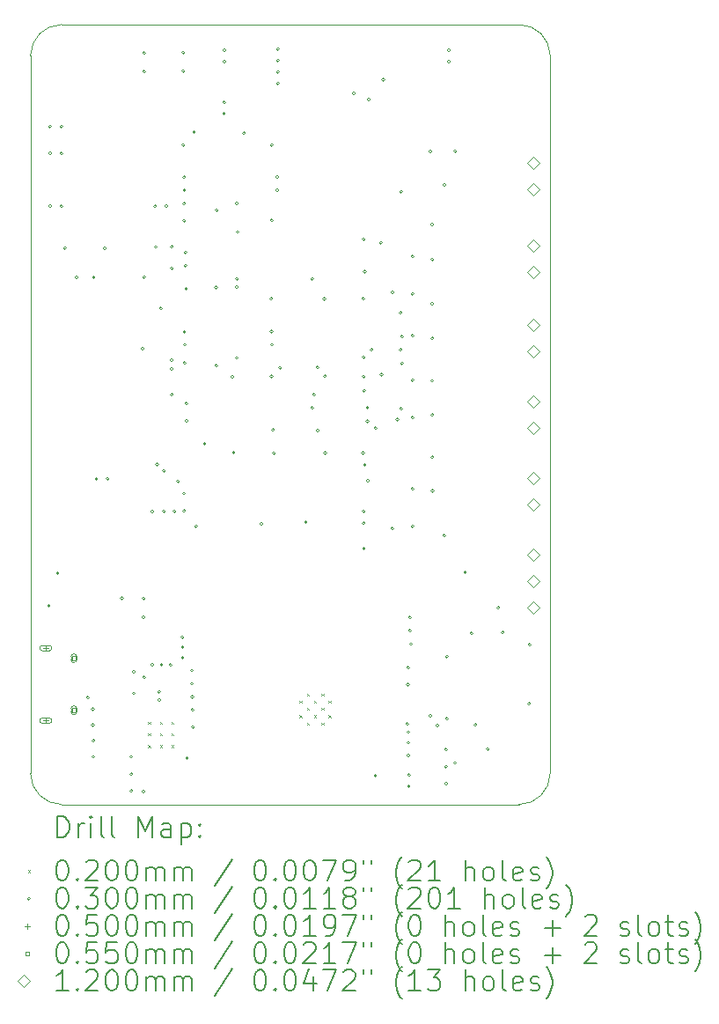
<source format=gbr>
%TF.GenerationSoftware,KiCad,Pcbnew,8.0.8*%
%TF.CreationDate,2025-01-21T11:13:42-05:00*%
%TF.ProjectId,_HW_ESP32-IsoLink,5f48575f-4553-4503-9332-2d49736f4c69,rev?*%
%TF.SameCoordinates,Original*%
%TF.FileFunction,Drillmap*%
%TF.FilePolarity,Positive*%
%FSLAX45Y45*%
G04 Gerber Fmt 4.5, Leading zero omitted, Abs format (unit mm)*
G04 Created by KiCad (PCBNEW 8.0.8) date 2025-01-21 11:13:42*
%MOMM*%
%LPD*%
G01*
G04 APERTURE LIST*
%ADD10C,0.050000*%
%ADD11C,0.200000*%
%ADD12C,0.100000*%
%ADD13C,0.120000*%
G04 APERTURE END LIST*
D10*
X20242220Y-28796660D02*
G75*
G02*
X19942220Y-29096660I-300000J0D01*
G01*
X15542220Y-29096660D02*
G75*
G02*
X15242220Y-28796660I0J300000D01*
G01*
X15542220Y-21596660D02*
X19942220Y-21596660D01*
X15242220Y-28796660D02*
X15242220Y-21896660D01*
X19942220Y-21596660D02*
G75*
G02*
X20242220Y-21896660I0J-300000D01*
G01*
X20242220Y-21896660D02*
X20242220Y-28796660D01*
X15242220Y-21896660D02*
G75*
G02*
X15542220Y-21596660I300000J0D01*
G01*
X19942220Y-29096660D02*
X15542220Y-29096660D01*
D11*
D12*
X16374800Y-28300100D02*
X16394800Y-28320100D01*
X16394800Y-28300100D02*
X16374800Y-28320100D01*
X16374800Y-28412600D02*
X16394800Y-28432600D01*
X16394800Y-28412600D02*
X16374800Y-28432600D01*
X16374800Y-28525100D02*
X16394800Y-28545100D01*
X16394800Y-28525100D02*
X16374800Y-28545100D01*
X16487300Y-28300100D02*
X16507300Y-28320100D01*
X16507300Y-28300100D02*
X16487300Y-28320100D01*
X16487300Y-28412600D02*
X16507300Y-28432600D01*
X16507300Y-28412600D02*
X16487300Y-28432600D01*
X16487300Y-28525100D02*
X16507300Y-28545100D01*
X16507300Y-28525100D02*
X16487300Y-28545100D01*
X16599800Y-28300100D02*
X16619800Y-28320100D01*
X16619800Y-28300100D02*
X16599800Y-28320100D01*
X16599800Y-28412600D02*
X16619800Y-28432600D01*
X16619800Y-28412600D02*
X16599800Y-28432600D01*
X16599800Y-28525100D02*
X16619800Y-28545100D01*
X16619800Y-28525100D02*
X16599800Y-28545100D01*
X17830960Y-28098760D02*
X17850960Y-28118760D01*
X17850960Y-28098760D02*
X17830960Y-28118760D01*
X17830960Y-28238760D02*
X17850960Y-28258760D01*
X17850960Y-28238760D02*
X17830960Y-28258760D01*
X17900960Y-28028760D02*
X17920960Y-28048760D01*
X17920960Y-28028760D02*
X17900960Y-28048760D01*
X17900960Y-28168760D02*
X17920960Y-28188760D01*
X17920960Y-28168760D02*
X17900960Y-28188760D01*
X17900960Y-28308760D02*
X17920960Y-28328760D01*
X17920960Y-28308760D02*
X17900960Y-28328760D01*
X17970960Y-28098760D02*
X17990960Y-28118760D01*
X17990960Y-28098760D02*
X17970960Y-28118760D01*
X17970960Y-28238760D02*
X17990960Y-28258760D01*
X17990960Y-28238760D02*
X17970960Y-28258760D01*
X18040960Y-28028760D02*
X18060960Y-28048760D01*
X18060960Y-28028760D02*
X18040960Y-28048760D01*
X18040960Y-28168760D02*
X18060960Y-28188760D01*
X18060960Y-28168760D02*
X18040960Y-28188760D01*
X18040960Y-28308760D02*
X18060960Y-28328760D01*
X18060960Y-28308760D02*
X18040960Y-28328760D01*
X18110960Y-28098760D02*
X18130960Y-28118760D01*
X18130960Y-28098760D02*
X18110960Y-28118760D01*
X18110960Y-28238760D02*
X18130960Y-28258760D01*
X18130960Y-28238760D02*
X18110960Y-28258760D01*
X15432800Y-27185620D02*
G75*
G02*
X15402800Y-27185620I-15000J0D01*
G01*
X15402800Y-27185620D02*
G75*
G02*
X15432800Y-27185620I15000J0D01*
G01*
X15445500Y-22578060D02*
G75*
G02*
X15415500Y-22578060I-15000J0D01*
G01*
X15415500Y-22578060D02*
G75*
G02*
X15445500Y-22578060I15000J0D01*
G01*
X15445500Y-22834600D02*
G75*
G02*
X15415500Y-22834600I-15000J0D01*
G01*
X15415500Y-22834600D02*
G75*
G02*
X15445500Y-22834600I15000J0D01*
G01*
X15445500Y-23342600D02*
G75*
G02*
X15415500Y-23342600I-15000J0D01*
G01*
X15415500Y-23342600D02*
G75*
G02*
X15445500Y-23342600I15000J0D01*
G01*
X15519160Y-26873200D02*
G75*
G02*
X15489160Y-26873200I-15000J0D01*
G01*
X15489160Y-26873200D02*
G75*
G02*
X15519160Y-26873200I15000J0D01*
G01*
X15554720Y-22578060D02*
G75*
G02*
X15524720Y-22578060I-15000J0D01*
G01*
X15524720Y-22578060D02*
G75*
G02*
X15554720Y-22578060I15000J0D01*
G01*
X15554720Y-22834600D02*
G75*
G02*
X15524720Y-22834600I-15000J0D01*
G01*
X15524720Y-22834600D02*
G75*
G02*
X15554720Y-22834600I15000J0D01*
G01*
X15554720Y-23342600D02*
G75*
G02*
X15524720Y-23342600I-15000J0D01*
G01*
X15524720Y-23342600D02*
G75*
G02*
X15554720Y-23342600I15000J0D01*
G01*
X15587750Y-23746470D02*
G75*
G02*
X15557750Y-23746470I-15000J0D01*
G01*
X15557750Y-23746470D02*
G75*
G02*
X15587750Y-23746470I15000J0D01*
G01*
X15699500Y-24028400D02*
G75*
G02*
X15669500Y-24028400I-15000J0D01*
G01*
X15669500Y-24028400D02*
G75*
G02*
X15699500Y-24028400I15000J0D01*
G01*
X15808720Y-28069540D02*
G75*
G02*
X15778720Y-28069540I-15000J0D01*
G01*
X15778720Y-28069540D02*
G75*
G02*
X15808720Y-28069540I15000J0D01*
G01*
X15856980Y-28181300D02*
G75*
G02*
X15826980Y-28181300I-15000J0D01*
G01*
X15826980Y-28181300D02*
G75*
G02*
X15856980Y-28181300I15000J0D01*
G01*
X15856980Y-28333700D02*
G75*
G02*
X15826980Y-28333700I-15000J0D01*
G01*
X15826980Y-28333700D02*
G75*
G02*
X15856980Y-28333700I15000J0D01*
G01*
X15862060Y-28483560D02*
G75*
G02*
X15832060Y-28483560I-15000J0D01*
G01*
X15832060Y-28483560D02*
G75*
G02*
X15862060Y-28483560I15000J0D01*
G01*
X15862060Y-28638500D02*
G75*
G02*
X15832060Y-28638500I-15000J0D01*
G01*
X15832060Y-28638500D02*
G75*
G02*
X15862060Y-28638500I15000J0D01*
G01*
X15864600Y-24028400D02*
G75*
G02*
X15834600Y-24028400I-15000J0D01*
G01*
X15834600Y-24028400D02*
G75*
G02*
X15864600Y-24028400I15000J0D01*
G01*
X15890000Y-25966420D02*
G75*
G02*
X15860000Y-25966420I-15000J0D01*
G01*
X15860000Y-25966420D02*
G75*
G02*
X15890000Y-25966420I15000J0D01*
G01*
X15972600Y-23747780D02*
G75*
G02*
X15942600Y-23747780I-15000J0D01*
G01*
X15942600Y-23747780D02*
G75*
G02*
X15972600Y-23747780I15000J0D01*
G01*
X15999220Y-25966420D02*
G75*
G02*
X15969220Y-25966420I-15000J0D01*
G01*
X15969220Y-25966420D02*
G75*
G02*
X15999220Y-25966420I15000J0D01*
G01*
X16136380Y-27114500D02*
G75*
G02*
X16106380Y-27114500I-15000J0D01*
G01*
X16106380Y-27114500D02*
G75*
G02*
X16136380Y-27114500I15000J0D01*
G01*
X16226664Y-28637344D02*
G75*
G02*
X16196664Y-28637344I-15000J0D01*
G01*
X16196664Y-28637344D02*
G75*
G02*
X16226664Y-28637344I15000J0D01*
G01*
X16227820Y-28806140D02*
G75*
G02*
X16197820Y-28806140I-15000J0D01*
G01*
X16197820Y-28806140D02*
G75*
G02*
X16227820Y-28806140I15000J0D01*
G01*
X16227820Y-28966160D02*
G75*
G02*
X16197820Y-28966160I-15000J0D01*
G01*
X16197820Y-28966160D02*
G75*
G02*
X16227820Y-28966160I15000J0D01*
G01*
X16250680Y-27820620D02*
G75*
G02*
X16220680Y-27820620I-15000J0D01*
G01*
X16220680Y-27820620D02*
G75*
G02*
X16250680Y-27820620I15000J0D01*
G01*
X16250680Y-28028900D02*
G75*
G02*
X16220680Y-28028900I-15000J0D01*
G01*
X16220680Y-28028900D02*
G75*
G02*
X16250680Y-28028900I15000J0D01*
G01*
X16334500Y-24714200D02*
G75*
G02*
X16304500Y-24714200I-15000J0D01*
G01*
X16304500Y-24714200D02*
G75*
G02*
X16334500Y-24714200I15000J0D01*
G01*
X16344660Y-27294840D02*
G75*
G02*
X16314660Y-27294840I-15000J0D01*
G01*
X16314660Y-27294840D02*
G75*
G02*
X16344660Y-27294840I15000J0D01*
G01*
X16344660Y-28971240D02*
G75*
G02*
X16314660Y-28971240I-15000J0D01*
G01*
X16314660Y-28971240D02*
G75*
G02*
X16344660Y-28971240I15000J0D01*
G01*
X16347200Y-27117040D02*
G75*
G02*
X16317200Y-27117040I-15000J0D01*
G01*
X16317200Y-27117040D02*
G75*
G02*
X16347200Y-27117040I15000J0D01*
G01*
X16349740Y-21869400D02*
G75*
G02*
X16319740Y-21869400I-15000J0D01*
G01*
X16319740Y-21869400D02*
G75*
G02*
X16349740Y-21869400I15000J0D01*
G01*
X16349740Y-22047200D02*
G75*
G02*
X16319740Y-22047200I-15000J0D01*
G01*
X16319740Y-22047200D02*
G75*
G02*
X16349740Y-22047200I15000J0D01*
G01*
X16349740Y-24025860D02*
G75*
G02*
X16319740Y-24025860I-15000J0D01*
G01*
X16319740Y-24025860D02*
G75*
G02*
X16349740Y-24025860I15000J0D01*
G01*
X16352280Y-27873960D02*
G75*
G02*
X16322280Y-27873960I-15000J0D01*
G01*
X16322280Y-27873960D02*
G75*
G02*
X16352280Y-27873960I15000J0D01*
G01*
X16428480Y-26278840D02*
G75*
G02*
X16398480Y-26278840I-15000J0D01*
G01*
X16398480Y-26278840D02*
G75*
G02*
X16428480Y-26278840I15000J0D01*
G01*
X16430000Y-27753560D02*
G75*
G02*
X16400000Y-27753560I-15000J0D01*
G01*
X16400000Y-27753560D02*
G75*
G02*
X16430000Y-27753560I15000J0D01*
G01*
X16456420Y-23342600D02*
G75*
G02*
X16426420Y-23342600I-15000J0D01*
G01*
X16426420Y-23342600D02*
G75*
G02*
X16456420Y-23342600I15000J0D01*
G01*
X16461500Y-23736300D02*
G75*
G02*
X16431500Y-23736300I-15000J0D01*
G01*
X16431500Y-23736300D02*
G75*
G02*
X16461500Y-23736300I15000J0D01*
G01*
X16474200Y-25827408D02*
G75*
G02*
X16444200Y-25827408I-15000J0D01*
G01*
X16444200Y-25827408D02*
G75*
G02*
X16474200Y-25827408I15000J0D01*
G01*
X16495000Y-28013660D02*
G75*
G02*
X16465000Y-28013660I-15000J0D01*
G01*
X16465000Y-28013660D02*
G75*
G02*
X16495000Y-28013660I15000J0D01*
G01*
X16495000Y-28091657D02*
G75*
G02*
X16465000Y-28091657I-15000J0D01*
G01*
X16465000Y-28091657D02*
G75*
G02*
X16495000Y-28091657I15000J0D01*
G01*
X16512300Y-24325580D02*
G75*
G02*
X16482300Y-24325580I-15000J0D01*
G01*
X16482300Y-24325580D02*
G75*
G02*
X16512300Y-24325580I15000J0D01*
G01*
X16517380Y-27754580D02*
G75*
G02*
X16487380Y-27754580I-15000J0D01*
G01*
X16487380Y-27754580D02*
G75*
G02*
X16517380Y-27754580I15000J0D01*
G01*
X16540240Y-26278840D02*
G75*
G02*
X16510240Y-26278840I-15000J0D01*
G01*
X16510240Y-26278840D02*
G75*
G02*
X16540240Y-26278840I15000J0D01*
G01*
X16540993Y-25887408D02*
G75*
G02*
X16510993Y-25887408I-15000J0D01*
G01*
X16510993Y-25887408D02*
G75*
G02*
X16540993Y-25887408I15000J0D01*
G01*
X16565640Y-23342600D02*
G75*
G02*
X16535640Y-23342600I-15000J0D01*
G01*
X16535640Y-23342600D02*
G75*
G02*
X16565640Y-23342600I15000J0D01*
G01*
X16603740Y-27754580D02*
G75*
G02*
X16573740Y-27754580I-15000J0D01*
G01*
X16573740Y-27754580D02*
G75*
G02*
X16603740Y-27754580I15000J0D01*
G01*
X16615200Y-24823420D02*
G75*
G02*
X16585200Y-24823420I-15000J0D01*
G01*
X16585200Y-24823420D02*
G75*
G02*
X16615200Y-24823420I15000J0D01*
G01*
X16615200Y-24908480D02*
G75*
G02*
X16585200Y-24908480I-15000J0D01*
G01*
X16585200Y-24908480D02*
G75*
G02*
X16615200Y-24908480I15000J0D01*
G01*
X16616440Y-23733760D02*
G75*
G02*
X16586440Y-23733760I-15000J0D01*
G01*
X16586440Y-23733760D02*
G75*
G02*
X16616440Y-23733760I15000J0D01*
G01*
X16616440Y-23939500D02*
G75*
G02*
X16586440Y-23939500I-15000J0D01*
G01*
X16586440Y-23939500D02*
G75*
G02*
X16616440Y-23939500I15000J0D01*
G01*
X16616450Y-25156150D02*
G75*
G02*
X16586450Y-25156150I-15000J0D01*
G01*
X16586450Y-25156150D02*
G75*
G02*
X16616450Y-25156150I15000J0D01*
G01*
X16641840Y-26278840D02*
G75*
G02*
X16611840Y-26278840I-15000J0D01*
G01*
X16611840Y-26278840D02*
G75*
G02*
X16641840Y-26278840I15000J0D01*
G01*
X16677400Y-25990800D02*
G75*
G02*
X16647400Y-25990800I-15000J0D01*
G01*
X16647400Y-25990800D02*
G75*
G02*
X16677400Y-25990800I15000J0D01*
G01*
X16718040Y-27487880D02*
G75*
G02*
X16688040Y-27487880I-15000J0D01*
G01*
X16688040Y-27487880D02*
G75*
G02*
X16718040Y-27487880I15000J0D01*
G01*
X16720580Y-27584400D02*
G75*
G02*
X16690580Y-27584400I-15000J0D01*
G01*
X16690580Y-27584400D02*
G75*
G02*
X16720580Y-27584400I15000J0D01*
G01*
X16720580Y-27686000D02*
G75*
G02*
X16690580Y-27686000I-15000J0D01*
G01*
X16690580Y-27686000D02*
G75*
G02*
X16720580Y-27686000I15000J0D01*
G01*
X16726900Y-21866860D02*
G75*
G02*
X16696900Y-21866860I-15000J0D01*
G01*
X16696900Y-21866860D02*
G75*
G02*
X16726900Y-21866860I15000J0D01*
G01*
X16726900Y-22044660D02*
G75*
G02*
X16696900Y-22044660I-15000J0D01*
G01*
X16696900Y-22044660D02*
G75*
G02*
X16726900Y-22044660I15000J0D01*
G01*
X16728200Y-22755860D02*
G75*
G02*
X16698200Y-22755860I-15000J0D01*
G01*
X16698200Y-22755860D02*
G75*
G02*
X16728200Y-22755860I15000J0D01*
G01*
X16733280Y-26106120D02*
G75*
G02*
X16703280Y-26106120I-15000J0D01*
G01*
X16703280Y-26106120D02*
G75*
G02*
X16733280Y-26106120I15000J0D01*
G01*
X16735820Y-23063200D02*
G75*
G02*
X16705820Y-23063200I-15000J0D01*
G01*
X16705820Y-23063200D02*
G75*
G02*
X16735820Y-23063200I15000J0D01*
G01*
X16735820Y-23317200D02*
G75*
G02*
X16705820Y-23317200I-15000J0D01*
G01*
X16705820Y-23317200D02*
G75*
G02*
X16735820Y-23317200I15000J0D01*
G01*
X16735820Y-23482300D02*
G75*
G02*
X16705820Y-23482300I-15000J0D01*
G01*
X16705820Y-23482300D02*
G75*
G02*
X16735820Y-23482300I15000J0D01*
G01*
X16735820Y-26273760D02*
G75*
G02*
X16705820Y-26273760I-15000J0D01*
G01*
X16705820Y-26273760D02*
G75*
G02*
X16735820Y-26273760I15000J0D01*
G01*
X16738360Y-23190200D02*
G75*
G02*
X16708360Y-23190200I-15000J0D01*
G01*
X16708360Y-23190200D02*
G75*
G02*
X16738360Y-23190200I15000J0D01*
G01*
X16738360Y-24551640D02*
G75*
G02*
X16708360Y-24551640I-15000J0D01*
G01*
X16708360Y-24551640D02*
G75*
G02*
X16738360Y-24551640I15000J0D01*
G01*
X16739630Y-24850090D02*
G75*
G02*
X16709630Y-24850090I-15000J0D01*
G01*
X16709630Y-24850090D02*
G75*
G02*
X16739630Y-24850090I15000J0D01*
G01*
X16740900Y-24676100D02*
G75*
G02*
X16710900Y-24676100I-15000J0D01*
G01*
X16710900Y-24676100D02*
G75*
G02*
X16740900Y-24676100I15000J0D01*
G01*
X16748520Y-23787100D02*
G75*
G02*
X16718520Y-23787100I-15000J0D01*
G01*
X16718520Y-23787100D02*
G75*
G02*
X16748520Y-23787100I15000J0D01*
G01*
X16748520Y-23914100D02*
G75*
G02*
X16718520Y-23914100I-15000J0D01*
G01*
X16718520Y-23914100D02*
G75*
G02*
X16748520Y-23914100I15000J0D01*
G01*
X16753600Y-24137620D02*
G75*
G02*
X16723600Y-24137620I-15000J0D01*
G01*
X16723600Y-24137620D02*
G75*
G02*
X16753600Y-24137620I15000J0D01*
G01*
X16756140Y-25239980D02*
G75*
G02*
X16726140Y-25239980I-15000J0D01*
G01*
X16726140Y-25239980D02*
G75*
G02*
X16756140Y-25239980I15000J0D01*
G01*
X16758680Y-25407620D02*
G75*
G02*
X16728680Y-25407620I-15000J0D01*
G01*
X16728680Y-25407620D02*
G75*
G02*
X16758680Y-25407620I15000J0D01*
G01*
X16763760Y-28651200D02*
G75*
G02*
X16733760Y-28651200I-15000J0D01*
G01*
X16733760Y-28651200D02*
G75*
G02*
X16763760Y-28651200I15000J0D01*
G01*
X16809480Y-27807920D02*
G75*
G02*
X16779480Y-27807920I-15000J0D01*
G01*
X16779480Y-27807920D02*
G75*
G02*
X16809480Y-27807920I15000J0D01*
G01*
X16809480Y-27934920D02*
G75*
G02*
X16779480Y-27934920I-15000J0D01*
G01*
X16779480Y-27934920D02*
G75*
G02*
X16809480Y-27934920I15000J0D01*
G01*
X16814560Y-28061920D02*
G75*
G02*
X16784560Y-28061920I-15000J0D01*
G01*
X16784560Y-28061920D02*
G75*
G02*
X16814560Y-28061920I15000J0D01*
G01*
X16814560Y-28186380D02*
G75*
G02*
X16784560Y-28186380I-15000J0D01*
G01*
X16784560Y-28186380D02*
G75*
G02*
X16814560Y-28186380I15000J0D01*
G01*
X16818760Y-28351480D02*
G75*
G02*
X16788760Y-28351480I-15000J0D01*
G01*
X16788760Y-28351480D02*
G75*
G02*
X16818760Y-28351480I15000J0D01*
G01*
X16829800Y-22631400D02*
G75*
G02*
X16799800Y-22631400I-15000J0D01*
G01*
X16799800Y-22631400D02*
G75*
G02*
X16829800Y-22631400I15000J0D01*
G01*
X16848850Y-26422350D02*
G75*
G02*
X16818850Y-26422350I-15000J0D01*
G01*
X16818850Y-26422350D02*
G75*
G02*
X16848850Y-26422350I15000J0D01*
G01*
X16931400Y-25628600D02*
G75*
G02*
X16901400Y-25628600I-15000J0D01*
G01*
X16901400Y-25628600D02*
G75*
G02*
X16931400Y-25628600I15000J0D01*
G01*
X17040620Y-24124920D02*
G75*
G02*
X17010620Y-24124920I-15000J0D01*
G01*
X17010620Y-24124920D02*
G75*
G02*
X17040620Y-24124920I15000J0D01*
G01*
X17043160Y-24876760D02*
G75*
G02*
X17013160Y-24876760I-15000J0D01*
G01*
X17013160Y-24876760D02*
G75*
G02*
X17043160Y-24876760I15000J0D01*
G01*
X17048240Y-23380700D02*
G75*
G02*
X17018240Y-23380700I-15000J0D01*
G01*
X17018240Y-23380700D02*
G75*
G02*
X17048240Y-23380700I15000J0D01*
G01*
X17119360Y-22344380D02*
G75*
G02*
X17089360Y-22344380I-15000J0D01*
G01*
X17089360Y-22344380D02*
G75*
G02*
X17119360Y-22344380I15000J0D01*
G01*
X17119360Y-22453600D02*
G75*
G02*
X17089360Y-22453600I-15000J0D01*
G01*
X17089360Y-22453600D02*
G75*
G02*
X17119360Y-22453600I15000J0D01*
G01*
X17121900Y-21844000D02*
G75*
G02*
X17091900Y-21844000I-15000J0D01*
G01*
X17091900Y-21844000D02*
G75*
G02*
X17121900Y-21844000I15000J0D01*
G01*
X17121900Y-21953220D02*
G75*
G02*
X17091900Y-21953220I-15000J0D01*
G01*
X17091900Y-21953220D02*
G75*
G02*
X17121900Y-21953220I15000J0D01*
G01*
X17198100Y-24983440D02*
G75*
G02*
X17168100Y-24983440I-15000J0D01*
G01*
X17168100Y-24983440D02*
G75*
G02*
X17198100Y-24983440I15000J0D01*
G01*
X17213340Y-25712420D02*
G75*
G02*
X17183340Y-25712420I-15000J0D01*
G01*
X17183340Y-25712420D02*
G75*
G02*
X17213340Y-25712420I15000J0D01*
G01*
X17241280Y-23317200D02*
G75*
G02*
X17211280Y-23317200I-15000J0D01*
G01*
X17211280Y-23317200D02*
G75*
G02*
X17241280Y-23317200I15000J0D01*
G01*
X17241280Y-24122380D02*
G75*
G02*
X17211280Y-24122380I-15000J0D01*
G01*
X17211280Y-24122380D02*
G75*
G02*
X17241280Y-24122380I15000J0D01*
G01*
X17241280Y-24803100D02*
G75*
G02*
X17211280Y-24803100I-15000J0D01*
G01*
X17211280Y-24803100D02*
G75*
G02*
X17241280Y-24803100I15000J0D01*
G01*
X17243820Y-24041100D02*
G75*
G02*
X17213820Y-24041100I-15000J0D01*
G01*
X17213820Y-24041100D02*
G75*
G02*
X17243820Y-24041100I15000J0D01*
G01*
X17251440Y-23591520D02*
G75*
G02*
X17221440Y-23591520I-15000J0D01*
G01*
X17221440Y-23591520D02*
G75*
G02*
X17251440Y-23591520I15000J0D01*
G01*
X17309860Y-22641560D02*
G75*
G02*
X17279860Y-22641560I-15000J0D01*
G01*
X17279860Y-22641560D02*
G75*
G02*
X17309860Y-22641560I15000J0D01*
G01*
X17477500Y-26398220D02*
G75*
G02*
X17447500Y-26398220I-15000J0D01*
G01*
X17447500Y-26398220D02*
G75*
G02*
X17477500Y-26398220I15000J0D01*
G01*
X17574020Y-24231600D02*
G75*
G02*
X17544020Y-24231600I-15000J0D01*
G01*
X17544020Y-24231600D02*
G75*
G02*
X17574020Y-24231600I15000J0D01*
G01*
X17576560Y-24549100D02*
G75*
G02*
X17546560Y-24549100I-15000J0D01*
G01*
X17546560Y-24549100D02*
G75*
G02*
X17576560Y-24549100I15000J0D01*
G01*
X17576560Y-24980900D02*
G75*
G02*
X17546560Y-24980900I-15000J0D01*
G01*
X17546560Y-24980900D02*
G75*
G02*
X17576560Y-24980900I15000J0D01*
G01*
X17579100Y-22755860D02*
G75*
G02*
X17549100Y-22755860I-15000J0D01*
G01*
X17549100Y-22755860D02*
G75*
G02*
X17579100Y-22755860I15000J0D01*
G01*
X17579100Y-23479760D02*
G75*
G02*
X17549100Y-23479760I-15000J0D01*
G01*
X17549100Y-23479760D02*
G75*
G02*
X17579100Y-23479760I15000J0D01*
G01*
X17579100Y-24676100D02*
G75*
G02*
X17549100Y-24676100I-15000J0D01*
G01*
X17549100Y-24676100D02*
G75*
G02*
X17579100Y-24676100I15000J0D01*
G01*
X17590416Y-25495364D02*
G75*
G02*
X17560416Y-25495364I-15000J0D01*
G01*
X17560416Y-25495364D02*
G75*
G02*
X17590416Y-25495364I15000J0D01*
G01*
X17599420Y-25717500D02*
G75*
G02*
X17569420Y-25717500I-15000J0D01*
G01*
X17569420Y-25717500D02*
G75*
G02*
X17599420Y-25717500I15000J0D01*
G01*
X17632440Y-23063200D02*
G75*
G02*
X17602440Y-23063200I-15000J0D01*
G01*
X17602440Y-23063200D02*
G75*
G02*
X17632440Y-23063200I15000J0D01*
G01*
X17632440Y-23190200D02*
G75*
G02*
X17602440Y-23190200I-15000J0D01*
G01*
X17602440Y-23190200D02*
G75*
G02*
X17632440Y-23190200I15000J0D01*
G01*
X17637520Y-21833840D02*
G75*
G02*
X17607520Y-21833840I-15000J0D01*
G01*
X17607520Y-21833840D02*
G75*
G02*
X17637520Y-21833840I15000J0D01*
G01*
X17637520Y-21943060D02*
G75*
G02*
X17607520Y-21943060I-15000J0D01*
G01*
X17607520Y-21943060D02*
G75*
G02*
X17637520Y-21943060I15000J0D01*
G01*
X17637520Y-22052280D02*
G75*
G02*
X17607520Y-22052280I-15000J0D01*
G01*
X17607520Y-22052280D02*
G75*
G02*
X17637520Y-22052280I15000J0D01*
G01*
X17637520Y-22161500D02*
G75*
G02*
X17607520Y-22161500I-15000J0D01*
G01*
X17607520Y-22161500D02*
G75*
G02*
X17637520Y-22161500I15000J0D01*
G01*
X17657840Y-24897080D02*
G75*
G02*
X17627840Y-24897080I-15000J0D01*
G01*
X17627840Y-24897080D02*
G75*
G02*
X17657840Y-24897080I15000J0D01*
G01*
X17906760Y-26380440D02*
G75*
G02*
X17876760Y-26380440I-15000J0D01*
G01*
X17876760Y-26380440D02*
G75*
G02*
X17906760Y-26380440I15000J0D01*
G01*
X17967720Y-24043640D02*
G75*
G02*
X17937720Y-24043640I-15000J0D01*
G01*
X17937720Y-24043640D02*
G75*
G02*
X17967720Y-24043640I15000J0D01*
G01*
X17967720Y-25283160D02*
G75*
G02*
X17937720Y-25283160I-15000J0D01*
G01*
X17937720Y-25283160D02*
G75*
G02*
X17967720Y-25283160I15000J0D01*
G01*
X17985500Y-25156160D02*
G75*
G02*
X17955500Y-25156160I-15000J0D01*
G01*
X17955500Y-25156160D02*
G75*
G02*
X17985500Y-25156160I15000J0D01*
G01*
X18018520Y-24894540D02*
G75*
G02*
X17988520Y-24894540I-15000J0D01*
G01*
X17988520Y-24894540D02*
G75*
G02*
X18018520Y-24894540I15000J0D01*
G01*
X18021060Y-25501600D02*
G75*
G02*
X17991060Y-25501600I-15000J0D01*
G01*
X17991060Y-25501600D02*
G75*
G02*
X18021060Y-25501600I15000J0D01*
G01*
X18084560Y-24236680D02*
G75*
G02*
X18054560Y-24236680I-15000J0D01*
G01*
X18054560Y-24236680D02*
G75*
G02*
X18084560Y-24236680I15000J0D01*
G01*
X18089640Y-24978360D02*
G75*
G02*
X18059640Y-24978360I-15000J0D01*
G01*
X18059640Y-24978360D02*
G75*
G02*
X18089640Y-24978360I15000J0D01*
G01*
X18092180Y-25717500D02*
G75*
G02*
X18062180Y-25717500I-15000J0D01*
G01*
X18062180Y-25717500D02*
G75*
G02*
X18092180Y-25717500I15000J0D01*
G01*
X18366500Y-22258020D02*
G75*
G02*
X18336500Y-22258020I-15000J0D01*
G01*
X18336500Y-22258020D02*
G75*
G02*
X18366500Y-22258020I15000J0D01*
G01*
X18455400Y-25717500D02*
G75*
G02*
X18425400Y-25717500I-15000J0D01*
G01*
X18425400Y-25717500D02*
G75*
G02*
X18455400Y-25717500I15000J0D01*
G01*
X18457940Y-24234140D02*
G75*
G02*
X18427940Y-24234140I-15000J0D01*
G01*
X18427940Y-24234140D02*
G75*
G02*
X18457940Y-24234140I15000J0D01*
G01*
X18463020Y-23660100D02*
G75*
G02*
X18433020Y-23660100I-15000J0D01*
G01*
X18433020Y-23660100D02*
G75*
G02*
X18463020Y-23660100I15000J0D01*
G01*
X18463020Y-24798020D02*
G75*
G02*
X18433020Y-24798020I-15000J0D01*
G01*
X18433020Y-24798020D02*
G75*
G02*
X18463020Y-24798020I15000J0D01*
G01*
X18463020Y-24980900D02*
G75*
G02*
X18433020Y-24980900I-15000J0D01*
G01*
X18433020Y-24980900D02*
G75*
G02*
X18463020Y-24980900I15000J0D01*
G01*
X18463020Y-26276300D02*
G75*
G02*
X18433020Y-26276300I-15000J0D01*
G01*
X18433020Y-26276300D02*
G75*
G02*
X18463020Y-26276300I15000J0D01*
G01*
X18463020Y-26390600D02*
G75*
G02*
X18433020Y-26390600I-15000J0D01*
G01*
X18433020Y-26390600D02*
G75*
G02*
X18463020Y-26390600I15000J0D01*
G01*
X18465560Y-25118060D02*
G75*
G02*
X18435560Y-25118060I-15000J0D01*
G01*
X18435560Y-25118060D02*
G75*
G02*
X18465560Y-25118060I15000J0D01*
G01*
X18465560Y-26634440D02*
G75*
G02*
X18435560Y-26634440I-15000J0D01*
G01*
X18435560Y-26634440D02*
G75*
G02*
X18465560Y-26634440I15000J0D01*
G01*
X18473180Y-23972520D02*
G75*
G02*
X18443180Y-23972520I-15000J0D01*
G01*
X18443180Y-23972520D02*
G75*
G02*
X18473180Y-23972520I15000J0D01*
G01*
X18473180Y-25831800D02*
G75*
G02*
X18443180Y-25831800I-15000J0D01*
G01*
X18443180Y-25831800D02*
G75*
G02*
X18473180Y-25831800I15000J0D01*
G01*
X18498580Y-25280620D02*
G75*
G02*
X18468580Y-25280620I-15000J0D01*
G01*
X18468580Y-25280620D02*
G75*
G02*
X18498580Y-25280620I15000J0D01*
G01*
X18498580Y-25412700D02*
G75*
G02*
X18468580Y-25412700I-15000J0D01*
G01*
X18468580Y-25412700D02*
G75*
G02*
X18498580Y-25412700I15000J0D01*
G01*
X18503660Y-25984200D02*
G75*
G02*
X18473660Y-25984200I-15000J0D01*
G01*
X18473660Y-25984200D02*
G75*
G02*
X18503660Y-25984200I15000J0D01*
G01*
X18511280Y-22318980D02*
G75*
G02*
X18481280Y-22318980I-15000J0D01*
G01*
X18481280Y-22318980D02*
G75*
G02*
X18511280Y-22318980I15000J0D01*
G01*
X18539220Y-24724360D02*
G75*
G02*
X18509220Y-24724360I-15000J0D01*
G01*
X18509220Y-24724360D02*
G75*
G02*
X18539220Y-24724360I15000J0D01*
G01*
X18574780Y-28821380D02*
G75*
G02*
X18544780Y-28821380I-15000J0D01*
G01*
X18544780Y-28821380D02*
G75*
G02*
X18574780Y-28821380I15000J0D01*
G01*
X18577320Y-25478740D02*
G75*
G02*
X18547320Y-25478740I-15000J0D01*
G01*
X18547320Y-25478740D02*
G75*
G02*
X18577320Y-25478740I15000J0D01*
G01*
X18628120Y-23695660D02*
G75*
G02*
X18598120Y-23695660I-15000J0D01*
G01*
X18598120Y-23695660D02*
G75*
G02*
X18628120Y-23695660I15000J0D01*
G01*
X18633200Y-24963120D02*
G75*
G02*
X18603200Y-24963120I-15000J0D01*
G01*
X18603200Y-24963120D02*
G75*
G02*
X18633200Y-24963120I15000J0D01*
G01*
X18652220Y-22127240D02*
G75*
G02*
X18622220Y-22127240I-15000J0D01*
G01*
X18622220Y-22127240D02*
G75*
G02*
X18652220Y-22127240I15000J0D01*
G01*
X18737340Y-26441400D02*
G75*
G02*
X18707340Y-26441400I-15000J0D01*
G01*
X18707340Y-26441400D02*
G75*
G02*
X18737340Y-26441400I15000J0D01*
G01*
X18739880Y-24170640D02*
G75*
G02*
X18709880Y-24170640I-15000J0D01*
G01*
X18709880Y-24170640D02*
G75*
G02*
X18739880Y-24170640I15000J0D01*
G01*
X18788140Y-25394920D02*
G75*
G02*
X18758140Y-25394920I-15000J0D01*
G01*
X18758140Y-25394920D02*
G75*
G02*
X18788140Y-25394920I15000J0D01*
G01*
X18818620Y-24368760D02*
G75*
G02*
X18788620Y-24368760I-15000J0D01*
G01*
X18788620Y-24368760D02*
G75*
G02*
X18818620Y-24368760I15000J0D01*
G01*
X18818620Y-24724360D02*
G75*
G02*
X18788620Y-24724360I-15000J0D01*
G01*
X18788620Y-24724360D02*
G75*
G02*
X18818620Y-24724360I15000J0D01*
G01*
X18821160Y-25290780D02*
G75*
G02*
X18791160Y-25290780I-15000J0D01*
G01*
X18791160Y-25290780D02*
G75*
G02*
X18821160Y-25290780I15000J0D01*
G01*
X18823400Y-23202900D02*
G75*
G02*
X18793400Y-23202900I-15000J0D01*
G01*
X18793400Y-23202900D02*
G75*
G02*
X18823400Y-23202900I15000J0D01*
G01*
X18831320Y-24597360D02*
G75*
G02*
X18801320Y-24597360I-15000J0D01*
G01*
X18801320Y-24597360D02*
G75*
G02*
X18831320Y-24597360I15000J0D01*
G01*
X18831320Y-24856440D02*
G75*
G02*
X18801320Y-24856440I-15000J0D01*
G01*
X18801320Y-24856440D02*
G75*
G02*
X18831320Y-24856440I15000J0D01*
G01*
X18882120Y-28321000D02*
G75*
G02*
X18852120Y-28321000I-15000J0D01*
G01*
X18852120Y-28321000D02*
G75*
G02*
X18882120Y-28321000I15000J0D01*
G01*
X18887200Y-27942540D02*
G75*
G02*
X18857200Y-27942540I-15000J0D01*
G01*
X18857200Y-27942540D02*
G75*
G02*
X18887200Y-27942540I15000J0D01*
G01*
X18888987Y-27780733D02*
G75*
G02*
X18858987Y-27780733I-15000J0D01*
G01*
X18858987Y-27780733D02*
G75*
G02*
X18888987Y-27780733I15000J0D01*
G01*
X18892280Y-28503880D02*
G75*
G02*
X18862280Y-28503880I-15000J0D01*
G01*
X18862280Y-28503880D02*
G75*
G02*
X18892280Y-28503880I15000J0D01*
G01*
X18892280Y-28625800D02*
G75*
G02*
X18862280Y-28625800I-15000J0D01*
G01*
X18862280Y-28625800D02*
G75*
G02*
X18892280Y-28625800I15000J0D01*
G01*
X18893051Y-28400250D02*
G75*
G02*
X18863051Y-28400250I-15000J0D01*
G01*
X18863051Y-28400250D02*
G75*
G02*
X18893051Y-28400250I15000J0D01*
G01*
X18897360Y-28813760D02*
G75*
G02*
X18867360Y-28813760I-15000J0D01*
G01*
X18867360Y-28813760D02*
G75*
G02*
X18897360Y-28813760I15000J0D01*
G01*
X18897360Y-28921240D02*
G75*
G02*
X18867360Y-28921240I-15000J0D01*
G01*
X18867360Y-28921240D02*
G75*
G02*
X18897360Y-28921240I15000J0D01*
G01*
X18907520Y-27299920D02*
G75*
G02*
X18877520Y-27299920I-15000J0D01*
G01*
X18877520Y-27299920D02*
G75*
G02*
X18907520Y-27299920I15000J0D01*
G01*
X18907520Y-27426920D02*
G75*
G02*
X18877520Y-27426920I-15000J0D01*
G01*
X18877520Y-27426920D02*
G75*
G02*
X18907520Y-27426920I15000J0D01*
G01*
X18917680Y-27553920D02*
G75*
G02*
X18887680Y-27553920I-15000J0D01*
G01*
X18887680Y-27553920D02*
G75*
G02*
X18917680Y-27553920I15000J0D01*
G01*
X18932920Y-23825200D02*
G75*
G02*
X18902920Y-23825200I-15000J0D01*
G01*
X18902920Y-23825200D02*
G75*
G02*
X18932920Y-23825200I15000J0D01*
G01*
X18932920Y-24185880D02*
G75*
G02*
X18902920Y-24185880I-15000J0D01*
G01*
X18902920Y-24185880D02*
G75*
G02*
X18932920Y-24185880I15000J0D01*
G01*
X18932920Y-24587200D02*
G75*
G02*
X18902920Y-24587200I-15000J0D01*
G01*
X18902920Y-24587200D02*
G75*
G02*
X18932920Y-24587200I15000J0D01*
G01*
X18932920Y-25016460D02*
G75*
G02*
X18902920Y-25016460I-15000J0D01*
G01*
X18902920Y-25016460D02*
G75*
G02*
X18932920Y-25016460I15000J0D01*
G01*
X18932920Y-25377140D02*
G75*
G02*
X18902920Y-25377140I-15000J0D01*
G01*
X18902920Y-25377140D02*
G75*
G02*
X18932920Y-25377140I15000J0D01*
G01*
X18932920Y-26060400D02*
G75*
G02*
X18902920Y-26060400I-15000J0D01*
G01*
X18902920Y-26060400D02*
G75*
G02*
X18932920Y-26060400I15000J0D01*
G01*
X18932920Y-26421080D02*
G75*
G02*
X18902920Y-26421080I-15000J0D01*
G01*
X18902920Y-26421080D02*
G75*
G02*
X18932920Y-26421080I15000J0D01*
G01*
X19103100Y-22816820D02*
G75*
G02*
X19073100Y-22816820I-15000J0D01*
G01*
X19073100Y-22816820D02*
G75*
G02*
X19103100Y-22816820I15000J0D01*
G01*
X19105640Y-28244800D02*
G75*
G02*
X19075640Y-28244800I-15000J0D01*
G01*
X19075640Y-28244800D02*
G75*
G02*
X19105640Y-28244800I15000J0D01*
G01*
X19120880Y-23520400D02*
G75*
G02*
X19090880Y-23520400I-15000J0D01*
G01*
X19090880Y-23520400D02*
G75*
G02*
X19120880Y-23520400I15000J0D01*
G01*
X19120880Y-24282400D02*
G75*
G02*
X19090880Y-24282400I-15000J0D01*
G01*
X19090880Y-24282400D02*
G75*
G02*
X19120880Y-24282400I15000J0D01*
G01*
X19120880Y-25021540D02*
G75*
G02*
X19090880Y-25021540I-15000J0D01*
G01*
X19090880Y-25021540D02*
G75*
G02*
X19120880Y-25021540I15000J0D01*
G01*
X19122452Y-23854712D02*
G75*
G02*
X19092452Y-23854712I-15000J0D01*
G01*
X19092452Y-23854712D02*
G75*
G02*
X19122452Y-23854712I15000J0D01*
G01*
X19123420Y-24612600D02*
G75*
G02*
X19093420Y-24612600I-15000J0D01*
G01*
X19093420Y-24612600D02*
G75*
G02*
X19123420Y-24612600I15000J0D01*
G01*
X19123420Y-25351740D02*
G75*
G02*
X19093420Y-25351740I-15000J0D01*
G01*
X19093420Y-25351740D02*
G75*
G02*
X19123420Y-25351740I15000J0D01*
G01*
X19123420Y-25755600D02*
G75*
G02*
X19093420Y-25755600I-15000J0D01*
G01*
X19093420Y-25755600D02*
G75*
G02*
X19123420Y-25755600I15000J0D01*
G01*
X19123420Y-26080720D02*
G75*
G02*
X19093420Y-26080720I-15000J0D01*
G01*
X19093420Y-26080720D02*
G75*
G02*
X19123420Y-26080720I15000J0D01*
G01*
X19172950Y-28337510D02*
G75*
G02*
X19142950Y-28337510I-15000J0D01*
G01*
X19142950Y-28337510D02*
G75*
G02*
X19172950Y-28337510I15000J0D01*
G01*
X19237720Y-26509980D02*
G75*
G02*
X19207720Y-26509980I-15000J0D01*
G01*
X19207720Y-26509980D02*
G75*
G02*
X19237720Y-26509980I15000J0D01*
G01*
X19240260Y-23139400D02*
G75*
G02*
X19210260Y-23139400I-15000J0D01*
G01*
X19210260Y-23139400D02*
G75*
G02*
X19240260Y-23139400I15000J0D01*
G01*
X19255500Y-28567380D02*
G75*
G02*
X19225500Y-28567380I-15000J0D01*
G01*
X19225500Y-28567380D02*
G75*
G02*
X19255500Y-28567380I15000J0D01*
G01*
X19255500Y-28732480D02*
G75*
G02*
X19225500Y-28732480I-15000J0D01*
G01*
X19225500Y-28732480D02*
G75*
G02*
X19255500Y-28732480I15000J0D01*
G01*
X19255500Y-28895040D02*
G75*
G02*
X19225500Y-28895040I-15000J0D01*
G01*
X19225500Y-28895040D02*
G75*
G02*
X19255500Y-28895040I15000J0D01*
G01*
X19263120Y-27675840D02*
G75*
G02*
X19233120Y-27675840I-15000J0D01*
G01*
X19233120Y-27675840D02*
G75*
G02*
X19263120Y-27675840I15000J0D01*
G01*
X19263120Y-28270200D02*
G75*
G02*
X19233120Y-28270200I-15000J0D01*
G01*
X19233120Y-28270200D02*
G75*
G02*
X19263120Y-28270200I15000J0D01*
G01*
X19280900Y-21844000D02*
G75*
G02*
X19250900Y-21844000I-15000J0D01*
G01*
X19250900Y-21844000D02*
G75*
G02*
X19280900Y-21844000I15000J0D01*
G01*
X19280900Y-21953220D02*
G75*
G02*
X19250900Y-21953220I-15000J0D01*
G01*
X19250900Y-21953220D02*
G75*
G02*
X19280900Y-21953220I15000J0D01*
G01*
X19341860Y-22814280D02*
G75*
G02*
X19311860Y-22814280I-15000J0D01*
G01*
X19311860Y-22814280D02*
G75*
G02*
X19341860Y-22814280I15000J0D01*
G01*
X19341860Y-28696920D02*
G75*
G02*
X19311860Y-28696920I-15000J0D01*
G01*
X19311860Y-28696920D02*
G75*
G02*
X19341860Y-28696920I15000J0D01*
G01*
X19438380Y-26863040D02*
G75*
G02*
X19408380Y-26863040I-15000J0D01*
G01*
X19408380Y-26863040D02*
G75*
G02*
X19438380Y-26863040I15000J0D01*
G01*
X19499340Y-27449780D02*
G75*
G02*
X19469340Y-27449780I-15000J0D01*
G01*
X19469340Y-27449780D02*
G75*
G02*
X19499340Y-27449780I15000J0D01*
G01*
X19537440Y-28331160D02*
G75*
G02*
X19507440Y-28331160I-15000J0D01*
G01*
X19507440Y-28331160D02*
G75*
G02*
X19537440Y-28331160I15000J0D01*
G01*
X19656820Y-28562300D02*
G75*
G02*
X19626820Y-28562300I-15000J0D01*
G01*
X19626820Y-28562300D02*
G75*
G02*
X19656820Y-28562300I15000J0D01*
G01*
X19758420Y-27203400D02*
G75*
G02*
X19728420Y-27203400I-15000J0D01*
G01*
X19728420Y-27203400D02*
G75*
G02*
X19758420Y-27203400I15000J0D01*
G01*
X19801600Y-27442160D02*
G75*
G02*
X19771600Y-27442160I-15000J0D01*
G01*
X19771600Y-27442160D02*
G75*
G02*
X19801600Y-27442160I15000J0D01*
G01*
X20053060Y-28127960D02*
G75*
G02*
X20023060Y-28127960I-15000J0D01*
G01*
X20023060Y-28127960D02*
G75*
G02*
X20053060Y-28127960I15000J0D01*
G01*
X20058140Y-27559000D02*
G75*
G02*
X20028140Y-27559000I-15000J0D01*
G01*
X20028140Y-27559000D02*
G75*
G02*
X20058140Y-27559000I15000J0D01*
G01*
X15389400Y-27565000D02*
X15389400Y-27615000D01*
X15364400Y-27590000D02*
X15414400Y-27590000D01*
X15421900Y-27565000D02*
X15356900Y-27565000D01*
X15356900Y-27615000D02*
G75*
G02*
X15356900Y-27565000I0J25000D01*
G01*
X15356900Y-27615000D02*
X15421900Y-27615000D01*
X15421900Y-27615000D02*
G75*
G03*
X15421900Y-27565000I0J25000D01*
G01*
X15389400Y-28265000D02*
X15389400Y-28315000D01*
X15364400Y-28290000D02*
X15414400Y-28290000D01*
X15421900Y-28265000D02*
X15356900Y-28265000D01*
X15356900Y-28315000D02*
G75*
G02*
X15356900Y-28265000I0J25000D01*
G01*
X15356900Y-28315000D02*
X15421900Y-28315000D01*
X15421900Y-28315000D02*
G75*
G03*
X15421900Y-28265000I0J25000D01*
G01*
X15678846Y-27709446D02*
X15678846Y-27670554D01*
X15639954Y-27670554D01*
X15639954Y-27709446D01*
X15678846Y-27709446D01*
X15631900Y-27675000D02*
X15631900Y-27705000D01*
X15686900Y-27705000D02*
G75*
G02*
X15631900Y-27705000I-27500J0D01*
G01*
X15686900Y-27705000D02*
X15686900Y-27675000D01*
X15686900Y-27675000D02*
G75*
G03*
X15631900Y-27675000I-27500J0D01*
G01*
X15678846Y-28209446D02*
X15678846Y-28170554D01*
X15639954Y-28170554D01*
X15639954Y-28209446D01*
X15678846Y-28209446D01*
X15631900Y-28175000D02*
X15631900Y-28205000D01*
X15686900Y-28205000D02*
G75*
G02*
X15631900Y-28205000I-27500J0D01*
G01*
X15686900Y-28205000D02*
X15686900Y-28175000D01*
X15686900Y-28175000D02*
G75*
G03*
X15631900Y-28175000I-27500J0D01*
G01*
D13*
X20076400Y-22984000D02*
X20136400Y-22924000D01*
X20076400Y-22864000D01*
X20016400Y-22924000D01*
X20076400Y-22984000D01*
X20076400Y-23238000D02*
X20136400Y-23178000D01*
X20076400Y-23118000D01*
X20016400Y-23178000D01*
X20076400Y-23238000D01*
X20076400Y-23784100D02*
X20136400Y-23724100D01*
X20076400Y-23664100D01*
X20016400Y-23724100D01*
X20076400Y-23784100D01*
X20076400Y-24038100D02*
X20136400Y-23978100D01*
X20076400Y-23918100D01*
X20016400Y-23978100D01*
X20076400Y-24038100D01*
X20076400Y-24546100D02*
X20136400Y-24486100D01*
X20076400Y-24426100D01*
X20016400Y-24486100D01*
X20076400Y-24546100D01*
X20076400Y-24800100D02*
X20136400Y-24740100D01*
X20076400Y-24680100D01*
X20016400Y-24740100D01*
X20076400Y-24800100D01*
X20076400Y-25282700D02*
X20136400Y-25222700D01*
X20076400Y-25162700D01*
X20016400Y-25222700D01*
X20076400Y-25282700D01*
X20076400Y-25536700D02*
X20136400Y-25476700D01*
X20076400Y-25416700D01*
X20016400Y-25476700D01*
X20076400Y-25536700D01*
X20076400Y-26019300D02*
X20136400Y-25959300D01*
X20076400Y-25899300D01*
X20016400Y-25959300D01*
X20076400Y-26019300D01*
X20076400Y-26273300D02*
X20136400Y-26213300D01*
X20076400Y-26153300D01*
X20016400Y-26213300D01*
X20076400Y-26273300D01*
X20076400Y-26755400D02*
X20136400Y-26695400D01*
X20076400Y-26635400D01*
X20016400Y-26695400D01*
X20076400Y-26755400D01*
X20076400Y-27009400D02*
X20136400Y-26949400D01*
X20076400Y-26889400D01*
X20016400Y-26949400D01*
X20076400Y-27009400D01*
X20076400Y-27263400D02*
X20136400Y-27203400D01*
X20076400Y-27143400D01*
X20016400Y-27203400D01*
X20076400Y-27263400D01*
D11*
X15500497Y-29410644D02*
X15500497Y-29210644D01*
X15500497Y-29210644D02*
X15548116Y-29210644D01*
X15548116Y-29210644D02*
X15576687Y-29220168D01*
X15576687Y-29220168D02*
X15595735Y-29239215D01*
X15595735Y-29239215D02*
X15605259Y-29258263D01*
X15605259Y-29258263D02*
X15614782Y-29296358D01*
X15614782Y-29296358D02*
X15614782Y-29324929D01*
X15614782Y-29324929D02*
X15605259Y-29363025D01*
X15605259Y-29363025D02*
X15595735Y-29382072D01*
X15595735Y-29382072D02*
X15576687Y-29401120D01*
X15576687Y-29401120D02*
X15548116Y-29410644D01*
X15548116Y-29410644D02*
X15500497Y-29410644D01*
X15700497Y-29410644D02*
X15700497Y-29277310D01*
X15700497Y-29315406D02*
X15710021Y-29296358D01*
X15710021Y-29296358D02*
X15719544Y-29286834D01*
X15719544Y-29286834D02*
X15738592Y-29277310D01*
X15738592Y-29277310D02*
X15757640Y-29277310D01*
X15824306Y-29410644D02*
X15824306Y-29277310D01*
X15824306Y-29210644D02*
X15814782Y-29220168D01*
X15814782Y-29220168D02*
X15824306Y-29229691D01*
X15824306Y-29229691D02*
X15833830Y-29220168D01*
X15833830Y-29220168D02*
X15824306Y-29210644D01*
X15824306Y-29210644D02*
X15824306Y-29229691D01*
X15948116Y-29410644D02*
X15929068Y-29401120D01*
X15929068Y-29401120D02*
X15919544Y-29382072D01*
X15919544Y-29382072D02*
X15919544Y-29210644D01*
X16052878Y-29410644D02*
X16033830Y-29401120D01*
X16033830Y-29401120D02*
X16024306Y-29382072D01*
X16024306Y-29382072D02*
X16024306Y-29210644D01*
X16281449Y-29410644D02*
X16281449Y-29210644D01*
X16281449Y-29210644D02*
X16348116Y-29353501D01*
X16348116Y-29353501D02*
X16414782Y-29210644D01*
X16414782Y-29210644D02*
X16414782Y-29410644D01*
X16595735Y-29410644D02*
X16595735Y-29305882D01*
X16595735Y-29305882D02*
X16586211Y-29286834D01*
X16586211Y-29286834D02*
X16567163Y-29277310D01*
X16567163Y-29277310D02*
X16529068Y-29277310D01*
X16529068Y-29277310D02*
X16510021Y-29286834D01*
X16595735Y-29401120D02*
X16576687Y-29410644D01*
X16576687Y-29410644D02*
X16529068Y-29410644D01*
X16529068Y-29410644D02*
X16510021Y-29401120D01*
X16510021Y-29401120D02*
X16500497Y-29382072D01*
X16500497Y-29382072D02*
X16500497Y-29363025D01*
X16500497Y-29363025D02*
X16510021Y-29343977D01*
X16510021Y-29343977D02*
X16529068Y-29334453D01*
X16529068Y-29334453D02*
X16576687Y-29334453D01*
X16576687Y-29334453D02*
X16595735Y-29324929D01*
X16690973Y-29277310D02*
X16690973Y-29477310D01*
X16690973Y-29286834D02*
X16710021Y-29277310D01*
X16710021Y-29277310D02*
X16748116Y-29277310D01*
X16748116Y-29277310D02*
X16767163Y-29286834D01*
X16767163Y-29286834D02*
X16776687Y-29296358D01*
X16776687Y-29296358D02*
X16786211Y-29315406D01*
X16786211Y-29315406D02*
X16786211Y-29372548D01*
X16786211Y-29372548D02*
X16776687Y-29391596D01*
X16776687Y-29391596D02*
X16767163Y-29401120D01*
X16767163Y-29401120D02*
X16748116Y-29410644D01*
X16748116Y-29410644D02*
X16710021Y-29410644D01*
X16710021Y-29410644D02*
X16690973Y-29401120D01*
X16871925Y-29391596D02*
X16881449Y-29401120D01*
X16881449Y-29401120D02*
X16871925Y-29410644D01*
X16871925Y-29410644D02*
X16862402Y-29401120D01*
X16862402Y-29401120D02*
X16871925Y-29391596D01*
X16871925Y-29391596D02*
X16871925Y-29410644D01*
X16871925Y-29286834D02*
X16881449Y-29296358D01*
X16881449Y-29296358D02*
X16871925Y-29305882D01*
X16871925Y-29305882D02*
X16862402Y-29296358D01*
X16862402Y-29296358D02*
X16871925Y-29286834D01*
X16871925Y-29286834D02*
X16871925Y-29305882D01*
D12*
X15219720Y-29729160D02*
X15239720Y-29749160D01*
X15239720Y-29729160D02*
X15219720Y-29749160D01*
D11*
X15538592Y-29630644D02*
X15557640Y-29630644D01*
X15557640Y-29630644D02*
X15576687Y-29640168D01*
X15576687Y-29640168D02*
X15586211Y-29649691D01*
X15586211Y-29649691D02*
X15595735Y-29668739D01*
X15595735Y-29668739D02*
X15605259Y-29706834D01*
X15605259Y-29706834D02*
X15605259Y-29754453D01*
X15605259Y-29754453D02*
X15595735Y-29792548D01*
X15595735Y-29792548D02*
X15586211Y-29811596D01*
X15586211Y-29811596D02*
X15576687Y-29821120D01*
X15576687Y-29821120D02*
X15557640Y-29830644D01*
X15557640Y-29830644D02*
X15538592Y-29830644D01*
X15538592Y-29830644D02*
X15519544Y-29821120D01*
X15519544Y-29821120D02*
X15510021Y-29811596D01*
X15510021Y-29811596D02*
X15500497Y-29792548D01*
X15500497Y-29792548D02*
X15490973Y-29754453D01*
X15490973Y-29754453D02*
X15490973Y-29706834D01*
X15490973Y-29706834D02*
X15500497Y-29668739D01*
X15500497Y-29668739D02*
X15510021Y-29649691D01*
X15510021Y-29649691D02*
X15519544Y-29640168D01*
X15519544Y-29640168D02*
X15538592Y-29630644D01*
X15690973Y-29811596D02*
X15700497Y-29821120D01*
X15700497Y-29821120D02*
X15690973Y-29830644D01*
X15690973Y-29830644D02*
X15681449Y-29821120D01*
X15681449Y-29821120D02*
X15690973Y-29811596D01*
X15690973Y-29811596D02*
X15690973Y-29830644D01*
X15776687Y-29649691D02*
X15786211Y-29640168D01*
X15786211Y-29640168D02*
X15805259Y-29630644D01*
X15805259Y-29630644D02*
X15852878Y-29630644D01*
X15852878Y-29630644D02*
X15871925Y-29640168D01*
X15871925Y-29640168D02*
X15881449Y-29649691D01*
X15881449Y-29649691D02*
X15890973Y-29668739D01*
X15890973Y-29668739D02*
X15890973Y-29687787D01*
X15890973Y-29687787D02*
X15881449Y-29716358D01*
X15881449Y-29716358D02*
X15767163Y-29830644D01*
X15767163Y-29830644D02*
X15890973Y-29830644D01*
X16014782Y-29630644D02*
X16033830Y-29630644D01*
X16033830Y-29630644D02*
X16052878Y-29640168D01*
X16052878Y-29640168D02*
X16062402Y-29649691D01*
X16062402Y-29649691D02*
X16071925Y-29668739D01*
X16071925Y-29668739D02*
X16081449Y-29706834D01*
X16081449Y-29706834D02*
X16081449Y-29754453D01*
X16081449Y-29754453D02*
X16071925Y-29792548D01*
X16071925Y-29792548D02*
X16062402Y-29811596D01*
X16062402Y-29811596D02*
X16052878Y-29821120D01*
X16052878Y-29821120D02*
X16033830Y-29830644D01*
X16033830Y-29830644D02*
X16014782Y-29830644D01*
X16014782Y-29830644D02*
X15995735Y-29821120D01*
X15995735Y-29821120D02*
X15986211Y-29811596D01*
X15986211Y-29811596D02*
X15976687Y-29792548D01*
X15976687Y-29792548D02*
X15967163Y-29754453D01*
X15967163Y-29754453D02*
X15967163Y-29706834D01*
X15967163Y-29706834D02*
X15976687Y-29668739D01*
X15976687Y-29668739D02*
X15986211Y-29649691D01*
X15986211Y-29649691D02*
X15995735Y-29640168D01*
X15995735Y-29640168D02*
X16014782Y-29630644D01*
X16205259Y-29630644D02*
X16224306Y-29630644D01*
X16224306Y-29630644D02*
X16243354Y-29640168D01*
X16243354Y-29640168D02*
X16252878Y-29649691D01*
X16252878Y-29649691D02*
X16262402Y-29668739D01*
X16262402Y-29668739D02*
X16271925Y-29706834D01*
X16271925Y-29706834D02*
X16271925Y-29754453D01*
X16271925Y-29754453D02*
X16262402Y-29792548D01*
X16262402Y-29792548D02*
X16252878Y-29811596D01*
X16252878Y-29811596D02*
X16243354Y-29821120D01*
X16243354Y-29821120D02*
X16224306Y-29830644D01*
X16224306Y-29830644D02*
X16205259Y-29830644D01*
X16205259Y-29830644D02*
X16186211Y-29821120D01*
X16186211Y-29821120D02*
X16176687Y-29811596D01*
X16176687Y-29811596D02*
X16167163Y-29792548D01*
X16167163Y-29792548D02*
X16157640Y-29754453D01*
X16157640Y-29754453D02*
X16157640Y-29706834D01*
X16157640Y-29706834D02*
X16167163Y-29668739D01*
X16167163Y-29668739D02*
X16176687Y-29649691D01*
X16176687Y-29649691D02*
X16186211Y-29640168D01*
X16186211Y-29640168D02*
X16205259Y-29630644D01*
X16357640Y-29830644D02*
X16357640Y-29697310D01*
X16357640Y-29716358D02*
X16367163Y-29706834D01*
X16367163Y-29706834D02*
X16386211Y-29697310D01*
X16386211Y-29697310D02*
X16414783Y-29697310D01*
X16414783Y-29697310D02*
X16433830Y-29706834D01*
X16433830Y-29706834D02*
X16443354Y-29725882D01*
X16443354Y-29725882D02*
X16443354Y-29830644D01*
X16443354Y-29725882D02*
X16452878Y-29706834D01*
X16452878Y-29706834D02*
X16471925Y-29697310D01*
X16471925Y-29697310D02*
X16500497Y-29697310D01*
X16500497Y-29697310D02*
X16519544Y-29706834D01*
X16519544Y-29706834D02*
X16529068Y-29725882D01*
X16529068Y-29725882D02*
X16529068Y-29830644D01*
X16624306Y-29830644D02*
X16624306Y-29697310D01*
X16624306Y-29716358D02*
X16633830Y-29706834D01*
X16633830Y-29706834D02*
X16652878Y-29697310D01*
X16652878Y-29697310D02*
X16681449Y-29697310D01*
X16681449Y-29697310D02*
X16700497Y-29706834D01*
X16700497Y-29706834D02*
X16710021Y-29725882D01*
X16710021Y-29725882D02*
X16710021Y-29830644D01*
X16710021Y-29725882D02*
X16719544Y-29706834D01*
X16719544Y-29706834D02*
X16738592Y-29697310D01*
X16738592Y-29697310D02*
X16767163Y-29697310D01*
X16767163Y-29697310D02*
X16786211Y-29706834D01*
X16786211Y-29706834D02*
X16795735Y-29725882D01*
X16795735Y-29725882D02*
X16795735Y-29830644D01*
X17186211Y-29621120D02*
X17014783Y-29878263D01*
X17443354Y-29630644D02*
X17462402Y-29630644D01*
X17462402Y-29630644D02*
X17481449Y-29640168D01*
X17481449Y-29640168D02*
X17490973Y-29649691D01*
X17490973Y-29649691D02*
X17500497Y-29668739D01*
X17500497Y-29668739D02*
X17510021Y-29706834D01*
X17510021Y-29706834D02*
X17510021Y-29754453D01*
X17510021Y-29754453D02*
X17500497Y-29792548D01*
X17500497Y-29792548D02*
X17490973Y-29811596D01*
X17490973Y-29811596D02*
X17481449Y-29821120D01*
X17481449Y-29821120D02*
X17462402Y-29830644D01*
X17462402Y-29830644D02*
X17443354Y-29830644D01*
X17443354Y-29830644D02*
X17424307Y-29821120D01*
X17424307Y-29821120D02*
X17414783Y-29811596D01*
X17414783Y-29811596D02*
X17405259Y-29792548D01*
X17405259Y-29792548D02*
X17395735Y-29754453D01*
X17395735Y-29754453D02*
X17395735Y-29706834D01*
X17395735Y-29706834D02*
X17405259Y-29668739D01*
X17405259Y-29668739D02*
X17414783Y-29649691D01*
X17414783Y-29649691D02*
X17424307Y-29640168D01*
X17424307Y-29640168D02*
X17443354Y-29630644D01*
X17595735Y-29811596D02*
X17605259Y-29821120D01*
X17605259Y-29821120D02*
X17595735Y-29830644D01*
X17595735Y-29830644D02*
X17586211Y-29821120D01*
X17586211Y-29821120D02*
X17595735Y-29811596D01*
X17595735Y-29811596D02*
X17595735Y-29830644D01*
X17729068Y-29630644D02*
X17748116Y-29630644D01*
X17748116Y-29630644D02*
X17767164Y-29640168D01*
X17767164Y-29640168D02*
X17776688Y-29649691D01*
X17776688Y-29649691D02*
X17786211Y-29668739D01*
X17786211Y-29668739D02*
X17795735Y-29706834D01*
X17795735Y-29706834D02*
X17795735Y-29754453D01*
X17795735Y-29754453D02*
X17786211Y-29792548D01*
X17786211Y-29792548D02*
X17776688Y-29811596D01*
X17776688Y-29811596D02*
X17767164Y-29821120D01*
X17767164Y-29821120D02*
X17748116Y-29830644D01*
X17748116Y-29830644D02*
X17729068Y-29830644D01*
X17729068Y-29830644D02*
X17710021Y-29821120D01*
X17710021Y-29821120D02*
X17700497Y-29811596D01*
X17700497Y-29811596D02*
X17690973Y-29792548D01*
X17690973Y-29792548D02*
X17681449Y-29754453D01*
X17681449Y-29754453D02*
X17681449Y-29706834D01*
X17681449Y-29706834D02*
X17690973Y-29668739D01*
X17690973Y-29668739D02*
X17700497Y-29649691D01*
X17700497Y-29649691D02*
X17710021Y-29640168D01*
X17710021Y-29640168D02*
X17729068Y-29630644D01*
X17919545Y-29630644D02*
X17938592Y-29630644D01*
X17938592Y-29630644D02*
X17957640Y-29640168D01*
X17957640Y-29640168D02*
X17967164Y-29649691D01*
X17967164Y-29649691D02*
X17976688Y-29668739D01*
X17976688Y-29668739D02*
X17986211Y-29706834D01*
X17986211Y-29706834D02*
X17986211Y-29754453D01*
X17986211Y-29754453D02*
X17976688Y-29792548D01*
X17976688Y-29792548D02*
X17967164Y-29811596D01*
X17967164Y-29811596D02*
X17957640Y-29821120D01*
X17957640Y-29821120D02*
X17938592Y-29830644D01*
X17938592Y-29830644D02*
X17919545Y-29830644D01*
X17919545Y-29830644D02*
X17900497Y-29821120D01*
X17900497Y-29821120D02*
X17890973Y-29811596D01*
X17890973Y-29811596D02*
X17881449Y-29792548D01*
X17881449Y-29792548D02*
X17871926Y-29754453D01*
X17871926Y-29754453D02*
X17871926Y-29706834D01*
X17871926Y-29706834D02*
X17881449Y-29668739D01*
X17881449Y-29668739D02*
X17890973Y-29649691D01*
X17890973Y-29649691D02*
X17900497Y-29640168D01*
X17900497Y-29640168D02*
X17919545Y-29630644D01*
X18052878Y-29630644D02*
X18186211Y-29630644D01*
X18186211Y-29630644D02*
X18100497Y-29830644D01*
X18271926Y-29830644D02*
X18310021Y-29830644D01*
X18310021Y-29830644D02*
X18329069Y-29821120D01*
X18329069Y-29821120D02*
X18338592Y-29811596D01*
X18338592Y-29811596D02*
X18357640Y-29783025D01*
X18357640Y-29783025D02*
X18367164Y-29744929D01*
X18367164Y-29744929D02*
X18367164Y-29668739D01*
X18367164Y-29668739D02*
X18357640Y-29649691D01*
X18357640Y-29649691D02*
X18348116Y-29640168D01*
X18348116Y-29640168D02*
X18329069Y-29630644D01*
X18329069Y-29630644D02*
X18290973Y-29630644D01*
X18290973Y-29630644D02*
X18271926Y-29640168D01*
X18271926Y-29640168D02*
X18262402Y-29649691D01*
X18262402Y-29649691D02*
X18252878Y-29668739D01*
X18252878Y-29668739D02*
X18252878Y-29716358D01*
X18252878Y-29716358D02*
X18262402Y-29735406D01*
X18262402Y-29735406D02*
X18271926Y-29744929D01*
X18271926Y-29744929D02*
X18290973Y-29754453D01*
X18290973Y-29754453D02*
X18329069Y-29754453D01*
X18329069Y-29754453D02*
X18348116Y-29744929D01*
X18348116Y-29744929D02*
X18357640Y-29735406D01*
X18357640Y-29735406D02*
X18367164Y-29716358D01*
X18443354Y-29630644D02*
X18443354Y-29668739D01*
X18519545Y-29630644D02*
X18519545Y-29668739D01*
X18814783Y-29906834D02*
X18805259Y-29897310D01*
X18805259Y-29897310D02*
X18786211Y-29868739D01*
X18786211Y-29868739D02*
X18776688Y-29849691D01*
X18776688Y-29849691D02*
X18767164Y-29821120D01*
X18767164Y-29821120D02*
X18757640Y-29773501D01*
X18757640Y-29773501D02*
X18757640Y-29735406D01*
X18757640Y-29735406D02*
X18767164Y-29687787D01*
X18767164Y-29687787D02*
X18776688Y-29659215D01*
X18776688Y-29659215D02*
X18786211Y-29640168D01*
X18786211Y-29640168D02*
X18805259Y-29611596D01*
X18805259Y-29611596D02*
X18814783Y-29602072D01*
X18881450Y-29649691D02*
X18890973Y-29640168D01*
X18890973Y-29640168D02*
X18910021Y-29630644D01*
X18910021Y-29630644D02*
X18957640Y-29630644D01*
X18957640Y-29630644D02*
X18976688Y-29640168D01*
X18976688Y-29640168D02*
X18986211Y-29649691D01*
X18986211Y-29649691D02*
X18995735Y-29668739D01*
X18995735Y-29668739D02*
X18995735Y-29687787D01*
X18995735Y-29687787D02*
X18986211Y-29716358D01*
X18986211Y-29716358D02*
X18871926Y-29830644D01*
X18871926Y-29830644D02*
X18995735Y-29830644D01*
X19186211Y-29830644D02*
X19071926Y-29830644D01*
X19129069Y-29830644D02*
X19129069Y-29630644D01*
X19129069Y-29630644D02*
X19110021Y-29659215D01*
X19110021Y-29659215D02*
X19090973Y-29678263D01*
X19090973Y-29678263D02*
X19071926Y-29687787D01*
X19424307Y-29830644D02*
X19424307Y-29630644D01*
X19510021Y-29830644D02*
X19510021Y-29725882D01*
X19510021Y-29725882D02*
X19500497Y-29706834D01*
X19500497Y-29706834D02*
X19481450Y-29697310D01*
X19481450Y-29697310D02*
X19452878Y-29697310D01*
X19452878Y-29697310D02*
X19433831Y-29706834D01*
X19433831Y-29706834D02*
X19424307Y-29716358D01*
X19633831Y-29830644D02*
X19614783Y-29821120D01*
X19614783Y-29821120D02*
X19605259Y-29811596D01*
X19605259Y-29811596D02*
X19595735Y-29792548D01*
X19595735Y-29792548D02*
X19595735Y-29735406D01*
X19595735Y-29735406D02*
X19605259Y-29716358D01*
X19605259Y-29716358D02*
X19614783Y-29706834D01*
X19614783Y-29706834D02*
X19633831Y-29697310D01*
X19633831Y-29697310D02*
X19662402Y-29697310D01*
X19662402Y-29697310D02*
X19681450Y-29706834D01*
X19681450Y-29706834D02*
X19690973Y-29716358D01*
X19690973Y-29716358D02*
X19700497Y-29735406D01*
X19700497Y-29735406D02*
X19700497Y-29792548D01*
X19700497Y-29792548D02*
X19690973Y-29811596D01*
X19690973Y-29811596D02*
X19681450Y-29821120D01*
X19681450Y-29821120D02*
X19662402Y-29830644D01*
X19662402Y-29830644D02*
X19633831Y-29830644D01*
X19814783Y-29830644D02*
X19795735Y-29821120D01*
X19795735Y-29821120D02*
X19786212Y-29802072D01*
X19786212Y-29802072D02*
X19786212Y-29630644D01*
X19967164Y-29821120D02*
X19948116Y-29830644D01*
X19948116Y-29830644D02*
X19910021Y-29830644D01*
X19910021Y-29830644D02*
X19890973Y-29821120D01*
X19890973Y-29821120D02*
X19881450Y-29802072D01*
X19881450Y-29802072D02*
X19881450Y-29725882D01*
X19881450Y-29725882D02*
X19890973Y-29706834D01*
X19890973Y-29706834D02*
X19910021Y-29697310D01*
X19910021Y-29697310D02*
X19948116Y-29697310D01*
X19948116Y-29697310D02*
X19967164Y-29706834D01*
X19967164Y-29706834D02*
X19976688Y-29725882D01*
X19976688Y-29725882D02*
X19976688Y-29744929D01*
X19976688Y-29744929D02*
X19881450Y-29763977D01*
X20052878Y-29821120D02*
X20071926Y-29830644D01*
X20071926Y-29830644D02*
X20110021Y-29830644D01*
X20110021Y-29830644D02*
X20129069Y-29821120D01*
X20129069Y-29821120D02*
X20138593Y-29802072D01*
X20138593Y-29802072D02*
X20138593Y-29792548D01*
X20138593Y-29792548D02*
X20129069Y-29773501D01*
X20129069Y-29773501D02*
X20110021Y-29763977D01*
X20110021Y-29763977D02*
X20081450Y-29763977D01*
X20081450Y-29763977D02*
X20062402Y-29754453D01*
X20062402Y-29754453D02*
X20052878Y-29735406D01*
X20052878Y-29735406D02*
X20052878Y-29725882D01*
X20052878Y-29725882D02*
X20062402Y-29706834D01*
X20062402Y-29706834D02*
X20081450Y-29697310D01*
X20081450Y-29697310D02*
X20110021Y-29697310D01*
X20110021Y-29697310D02*
X20129069Y-29706834D01*
X20205259Y-29906834D02*
X20214783Y-29897310D01*
X20214783Y-29897310D02*
X20233831Y-29868739D01*
X20233831Y-29868739D02*
X20243354Y-29849691D01*
X20243354Y-29849691D02*
X20252878Y-29821120D01*
X20252878Y-29821120D02*
X20262402Y-29773501D01*
X20262402Y-29773501D02*
X20262402Y-29735406D01*
X20262402Y-29735406D02*
X20252878Y-29687787D01*
X20252878Y-29687787D02*
X20243354Y-29659215D01*
X20243354Y-29659215D02*
X20233831Y-29640168D01*
X20233831Y-29640168D02*
X20214783Y-29611596D01*
X20214783Y-29611596D02*
X20205259Y-29602072D01*
D12*
X15239720Y-30003160D02*
G75*
G02*
X15209720Y-30003160I-15000J0D01*
G01*
X15209720Y-30003160D02*
G75*
G02*
X15239720Y-30003160I15000J0D01*
G01*
D11*
X15538592Y-29894644D02*
X15557640Y-29894644D01*
X15557640Y-29894644D02*
X15576687Y-29904168D01*
X15576687Y-29904168D02*
X15586211Y-29913691D01*
X15586211Y-29913691D02*
X15595735Y-29932739D01*
X15595735Y-29932739D02*
X15605259Y-29970834D01*
X15605259Y-29970834D02*
X15605259Y-30018453D01*
X15605259Y-30018453D02*
X15595735Y-30056548D01*
X15595735Y-30056548D02*
X15586211Y-30075596D01*
X15586211Y-30075596D02*
X15576687Y-30085120D01*
X15576687Y-30085120D02*
X15557640Y-30094644D01*
X15557640Y-30094644D02*
X15538592Y-30094644D01*
X15538592Y-30094644D02*
X15519544Y-30085120D01*
X15519544Y-30085120D02*
X15510021Y-30075596D01*
X15510021Y-30075596D02*
X15500497Y-30056548D01*
X15500497Y-30056548D02*
X15490973Y-30018453D01*
X15490973Y-30018453D02*
X15490973Y-29970834D01*
X15490973Y-29970834D02*
X15500497Y-29932739D01*
X15500497Y-29932739D02*
X15510021Y-29913691D01*
X15510021Y-29913691D02*
X15519544Y-29904168D01*
X15519544Y-29904168D02*
X15538592Y-29894644D01*
X15690973Y-30075596D02*
X15700497Y-30085120D01*
X15700497Y-30085120D02*
X15690973Y-30094644D01*
X15690973Y-30094644D02*
X15681449Y-30085120D01*
X15681449Y-30085120D02*
X15690973Y-30075596D01*
X15690973Y-30075596D02*
X15690973Y-30094644D01*
X15767163Y-29894644D02*
X15890973Y-29894644D01*
X15890973Y-29894644D02*
X15824306Y-29970834D01*
X15824306Y-29970834D02*
X15852878Y-29970834D01*
X15852878Y-29970834D02*
X15871925Y-29980358D01*
X15871925Y-29980358D02*
X15881449Y-29989882D01*
X15881449Y-29989882D02*
X15890973Y-30008929D01*
X15890973Y-30008929D02*
X15890973Y-30056548D01*
X15890973Y-30056548D02*
X15881449Y-30075596D01*
X15881449Y-30075596D02*
X15871925Y-30085120D01*
X15871925Y-30085120D02*
X15852878Y-30094644D01*
X15852878Y-30094644D02*
X15795735Y-30094644D01*
X15795735Y-30094644D02*
X15776687Y-30085120D01*
X15776687Y-30085120D02*
X15767163Y-30075596D01*
X16014782Y-29894644D02*
X16033830Y-29894644D01*
X16033830Y-29894644D02*
X16052878Y-29904168D01*
X16052878Y-29904168D02*
X16062402Y-29913691D01*
X16062402Y-29913691D02*
X16071925Y-29932739D01*
X16071925Y-29932739D02*
X16081449Y-29970834D01*
X16081449Y-29970834D02*
X16081449Y-30018453D01*
X16081449Y-30018453D02*
X16071925Y-30056548D01*
X16071925Y-30056548D02*
X16062402Y-30075596D01*
X16062402Y-30075596D02*
X16052878Y-30085120D01*
X16052878Y-30085120D02*
X16033830Y-30094644D01*
X16033830Y-30094644D02*
X16014782Y-30094644D01*
X16014782Y-30094644D02*
X15995735Y-30085120D01*
X15995735Y-30085120D02*
X15986211Y-30075596D01*
X15986211Y-30075596D02*
X15976687Y-30056548D01*
X15976687Y-30056548D02*
X15967163Y-30018453D01*
X15967163Y-30018453D02*
X15967163Y-29970834D01*
X15967163Y-29970834D02*
X15976687Y-29932739D01*
X15976687Y-29932739D02*
X15986211Y-29913691D01*
X15986211Y-29913691D02*
X15995735Y-29904168D01*
X15995735Y-29904168D02*
X16014782Y-29894644D01*
X16205259Y-29894644D02*
X16224306Y-29894644D01*
X16224306Y-29894644D02*
X16243354Y-29904168D01*
X16243354Y-29904168D02*
X16252878Y-29913691D01*
X16252878Y-29913691D02*
X16262402Y-29932739D01*
X16262402Y-29932739D02*
X16271925Y-29970834D01*
X16271925Y-29970834D02*
X16271925Y-30018453D01*
X16271925Y-30018453D02*
X16262402Y-30056548D01*
X16262402Y-30056548D02*
X16252878Y-30075596D01*
X16252878Y-30075596D02*
X16243354Y-30085120D01*
X16243354Y-30085120D02*
X16224306Y-30094644D01*
X16224306Y-30094644D02*
X16205259Y-30094644D01*
X16205259Y-30094644D02*
X16186211Y-30085120D01*
X16186211Y-30085120D02*
X16176687Y-30075596D01*
X16176687Y-30075596D02*
X16167163Y-30056548D01*
X16167163Y-30056548D02*
X16157640Y-30018453D01*
X16157640Y-30018453D02*
X16157640Y-29970834D01*
X16157640Y-29970834D02*
X16167163Y-29932739D01*
X16167163Y-29932739D02*
X16176687Y-29913691D01*
X16176687Y-29913691D02*
X16186211Y-29904168D01*
X16186211Y-29904168D02*
X16205259Y-29894644D01*
X16357640Y-30094644D02*
X16357640Y-29961310D01*
X16357640Y-29980358D02*
X16367163Y-29970834D01*
X16367163Y-29970834D02*
X16386211Y-29961310D01*
X16386211Y-29961310D02*
X16414783Y-29961310D01*
X16414783Y-29961310D02*
X16433830Y-29970834D01*
X16433830Y-29970834D02*
X16443354Y-29989882D01*
X16443354Y-29989882D02*
X16443354Y-30094644D01*
X16443354Y-29989882D02*
X16452878Y-29970834D01*
X16452878Y-29970834D02*
X16471925Y-29961310D01*
X16471925Y-29961310D02*
X16500497Y-29961310D01*
X16500497Y-29961310D02*
X16519544Y-29970834D01*
X16519544Y-29970834D02*
X16529068Y-29989882D01*
X16529068Y-29989882D02*
X16529068Y-30094644D01*
X16624306Y-30094644D02*
X16624306Y-29961310D01*
X16624306Y-29980358D02*
X16633830Y-29970834D01*
X16633830Y-29970834D02*
X16652878Y-29961310D01*
X16652878Y-29961310D02*
X16681449Y-29961310D01*
X16681449Y-29961310D02*
X16700497Y-29970834D01*
X16700497Y-29970834D02*
X16710021Y-29989882D01*
X16710021Y-29989882D02*
X16710021Y-30094644D01*
X16710021Y-29989882D02*
X16719544Y-29970834D01*
X16719544Y-29970834D02*
X16738592Y-29961310D01*
X16738592Y-29961310D02*
X16767163Y-29961310D01*
X16767163Y-29961310D02*
X16786211Y-29970834D01*
X16786211Y-29970834D02*
X16795735Y-29989882D01*
X16795735Y-29989882D02*
X16795735Y-30094644D01*
X17186211Y-29885120D02*
X17014783Y-30142263D01*
X17443354Y-29894644D02*
X17462402Y-29894644D01*
X17462402Y-29894644D02*
X17481449Y-29904168D01*
X17481449Y-29904168D02*
X17490973Y-29913691D01*
X17490973Y-29913691D02*
X17500497Y-29932739D01*
X17500497Y-29932739D02*
X17510021Y-29970834D01*
X17510021Y-29970834D02*
X17510021Y-30018453D01*
X17510021Y-30018453D02*
X17500497Y-30056548D01*
X17500497Y-30056548D02*
X17490973Y-30075596D01*
X17490973Y-30075596D02*
X17481449Y-30085120D01*
X17481449Y-30085120D02*
X17462402Y-30094644D01*
X17462402Y-30094644D02*
X17443354Y-30094644D01*
X17443354Y-30094644D02*
X17424307Y-30085120D01*
X17424307Y-30085120D02*
X17414783Y-30075596D01*
X17414783Y-30075596D02*
X17405259Y-30056548D01*
X17405259Y-30056548D02*
X17395735Y-30018453D01*
X17395735Y-30018453D02*
X17395735Y-29970834D01*
X17395735Y-29970834D02*
X17405259Y-29932739D01*
X17405259Y-29932739D02*
X17414783Y-29913691D01*
X17414783Y-29913691D02*
X17424307Y-29904168D01*
X17424307Y-29904168D02*
X17443354Y-29894644D01*
X17595735Y-30075596D02*
X17605259Y-30085120D01*
X17605259Y-30085120D02*
X17595735Y-30094644D01*
X17595735Y-30094644D02*
X17586211Y-30085120D01*
X17586211Y-30085120D02*
X17595735Y-30075596D01*
X17595735Y-30075596D02*
X17595735Y-30094644D01*
X17729068Y-29894644D02*
X17748116Y-29894644D01*
X17748116Y-29894644D02*
X17767164Y-29904168D01*
X17767164Y-29904168D02*
X17776688Y-29913691D01*
X17776688Y-29913691D02*
X17786211Y-29932739D01*
X17786211Y-29932739D02*
X17795735Y-29970834D01*
X17795735Y-29970834D02*
X17795735Y-30018453D01*
X17795735Y-30018453D02*
X17786211Y-30056548D01*
X17786211Y-30056548D02*
X17776688Y-30075596D01*
X17776688Y-30075596D02*
X17767164Y-30085120D01*
X17767164Y-30085120D02*
X17748116Y-30094644D01*
X17748116Y-30094644D02*
X17729068Y-30094644D01*
X17729068Y-30094644D02*
X17710021Y-30085120D01*
X17710021Y-30085120D02*
X17700497Y-30075596D01*
X17700497Y-30075596D02*
X17690973Y-30056548D01*
X17690973Y-30056548D02*
X17681449Y-30018453D01*
X17681449Y-30018453D02*
X17681449Y-29970834D01*
X17681449Y-29970834D02*
X17690973Y-29932739D01*
X17690973Y-29932739D02*
X17700497Y-29913691D01*
X17700497Y-29913691D02*
X17710021Y-29904168D01*
X17710021Y-29904168D02*
X17729068Y-29894644D01*
X17986211Y-30094644D02*
X17871926Y-30094644D01*
X17929068Y-30094644D02*
X17929068Y-29894644D01*
X17929068Y-29894644D02*
X17910021Y-29923215D01*
X17910021Y-29923215D02*
X17890973Y-29942263D01*
X17890973Y-29942263D02*
X17871926Y-29951787D01*
X18176688Y-30094644D02*
X18062402Y-30094644D01*
X18119545Y-30094644D02*
X18119545Y-29894644D01*
X18119545Y-29894644D02*
X18100497Y-29923215D01*
X18100497Y-29923215D02*
X18081449Y-29942263D01*
X18081449Y-29942263D02*
X18062402Y-29951787D01*
X18290973Y-29980358D02*
X18271926Y-29970834D01*
X18271926Y-29970834D02*
X18262402Y-29961310D01*
X18262402Y-29961310D02*
X18252878Y-29942263D01*
X18252878Y-29942263D02*
X18252878Y-29932739D01*
X18252878Y-29932739D02*
X18262402Y-29913691D01*
X18262402Y-29913691D02*
X18271926Y-29904168D01*
X18271926Y-29904168D02*
X18290973Y-29894644D01*
X18290973Y-29894644D02*
X18329069Y-29894644D01*
X18329069Y-29894644D02*
X18348116Y-29904168D01*
X18348116Y-29904168D02*
X18357640Y-29913691D01*
X18357640Y-29913691D02*
X18367164Y-29932739D01*
X18367164Y-29932739D02*
X18367164Y-29942263D01*
X18367164Y-29942263D02*
X18357640Y-29961310D01*
X18357640Y-29961310D02*
X18348116Y-29970834D01*
X18348116Y-29970834D02*
X18329069Y-29980358D01*
X18329069Y-29980358D02*
X18290973Y-29980358D01*
X18290973Y-29980358D02*
X18271926Y-29989882D01*
X18271926Y-29989882D02*
X18262402Y-29999406D01*
X18262402Y-29999406D02*
X18252878Y-30018453D01*
X18252878Y-30018453D02*
X18252878Y-30056548D01*
X18252878Y-30056548D02*
X18262402Y-30075596D01*
X18262402Y-30075596D02*
X18271926Y-30085120D01*
X18271926Y-30085120D02*
X18290973Y-30094644D01*
X18290973Y-30094644D02*
X18329069Y-30094644D01*
X18329069Y-30094644D02*
X18348116Y-30085120D01*
X18348116Y-30085120D02*
X18357640Y-30075596D01*
X18357640Y-30075596D02*
X18367164Y-30056548D01*
X18367164Y-30056548D02*
X18367164Y-30018453D01*
X18367164Y-30018453D02*
X18357640Y-29999406D01*
X18357640Y-29999406D02*
X18348116Y-29989882D01*
X18348116Y-29989882D02*
X18329069Y-29980358D01*
X18443354Y-29894644D02*
X18443354Y-29932739D01*
X18519545Y-29894644D02*
X18519545Y-29932739D01*
X18814783Y-30170834D02*
X18805259Y-30161310D01*
X18805259Y-30161310D02*
X18786211Y-30132739D01*
X18786211Y-30132739D02*
X18776688Y-30113691D01*
X18776688Y-30113691D02*
X18767164Y-30085120D01*
X18767164Y-30085120D02*
X18757640Y-30037501D01*
X18757640Y-30037501D02*
X18757640Y-29999406D01*
X18757640Y-29999406D02*
X18767164Y-29951787D01*
X18767164Y-29951787D02*
X18776688Y-29923215D01*
X18776688Y-29923215D02*
X18786211Y-29904168D01*
X18786211Y-29904168D02*
X18805259Y-29875596D01*
X18805259Y-29875596D02*
X18814783Y-29866072D01*
X18881450Y-29913691D02*
X18890973Y-29904168D01*
X18890973Y-29904168D02*
X18910021Y-29894644D01*
X18910021Y-29894644D02*
X18957640Y-29894644D01*
X18957640Y-29894644D02*
X18976688Y-29904168D01*
X18976688Y-29904168D02*
X18986211Y-29913691D01*
X18986211Y-29913691D02*
X18995735Y-29932739D01*
X18995735Y-29932739D02*
X18995735Y-29951787D01*
X18995735Y-29951787D02*
X18986211Y-29980358D01*
X18986211Y-29980358D02*
X18871926Y-30094644D01*
X18871926Y-30094644D02*
X18995735Y-30094644D01*
X19119545Y-29894644D02*
X19138592Y-29894644D01*
X19138592Y-29894644D02*
X19157640Y-29904168D01*
X19157640Y-29904168D02*
X19167164Y-29913691D01*
X19167164Y-29913691D02*
X19176688Y-29932739D01*
X19176688Y-29932739D02*
X19186211Y-29970834D01*
X19186211Y-29970834D02*
X19186211Y-30018453D01*
X19186211Y-30018453D02*
X19176688Y-30056548D01*
X19176688Y-30056548D02*
X19167164Y-30075596D01*
X19167164Y-30075596D02*
X19157640Y-30085120D01*
X19157640Y-30085120D02*
X19138592Y-30094644D01*
X19138592Y-30094644D02*
X19119545Y-30094644D01*
X19119545Y-30094644D02*
X19100497Y-30085120D01*
X19100497Y-30085120D02*
X19090973Y-30075596D01*
X19090973Y-30075596D02*
X19081450Y-30056548D01*
X19081450Y-30056548D02*
X19071926Y-30018453D01*
X19071926Y-30018453D02*
X19071926Y-29970834D01*
X19071926Y-29970834D02*
X19081450Y-29932739D01*
X19081450Y-29932739D02*
X19090973Y-29913691D01*
X19090973Y-29913691D02*
X19100497Y-29904168D01*
X19100497Y-29904168D02*
X19119545Y-29894644D01*
X19376688Y-30094644D02*
X19262402Y-30094644D01*
X19319545Y-30094644D02*
X19319545Y-29894644D01*
X19319545Y-29894644D02*
X19300497Y-29923215D01*
X19300497Y-29923215D02*
X19281450Y-29942263D01*
X19281450Y-29942263D02*
X19262402Y-29951787D01*
X19614783Y-30094644D02*
X19614783Y-29894644D01*
X19700497Y-30094644D02*
X19700497Y-29989882D01*
X19700497Y-29989882D02*
X19690973Y-29970834D01*
X19690973Y-29970834D02*
X19671926Y-29961310D01*
X19671926Y-29961310D02*
X19643354Y-29961310D01*
X19643354Y-29961310D02*
X19624307Y-29970834D01*
X19624307Y-29970834D02*
X19614783Y-29980358D01*
X19824307Y-30094644D02*
X19805259Y-30085120D01*
X19805259Y-30085120D02*
X19795735Y-30075596D01*
X19795735Y-30075596D02*
X19786212Y-30056548D01*
X19786212Y-30056548D02*
X19786212Y-29999406D01*
X19786212Y-29999406D02*
X19795735Y-29980358D01*
X19795735Y-29980358D02*
X19805259Y-29970834D01*
X19805259Y-29970834D02*
X19824307Y-29961310D01*
X19824307Y-29961310D02*
X19852878Y-29961310D01*
X19852878Y-29961310D02*
X19871926Y-29970834D01*
X19871926Y-29970834D02*
X19881450Y-29980358D01*
X19881450Y-29980358D02*
X19890973Y-29999406D01*
X19890973Y-29999406D02*
X19890973Y-30056548D01*
X19890973Y-30056548D02*
X19881450Y-30075596D01*
X19881450Y-30075596D02*
X19871926Y-30085120D01*
X19871926Y-30085120D02*
X19852878Y-30094644D01*
X19852878Y-30094644D02*
X19824307Y-30094644D01*
X20005259Y-30094644D02*
X19986212Y-30085120D01*
X19986212Y-30085120D02*
X19976688Y-30066072D01*
X19976688Y-30066072D02*
X19976688Y-29894644D01*
X20157640Y-30085120D02*
X20138593Y-30094644D01*
X20138593Y-30094644D02*
X20100497Y-30094644D01*
X20100497Y-30094644D02*
X20081450Y-30085120D01*
X20081450Y-30085120D02*
X20071926Y-30066072D01*
X20071926Y-30066072D02*
X20071926Y-29989882D01*
X20071926Y-29989882D02*
X20081450Y-29970834D01*
X20081450Y-29970834D02*
X20100497Y-29961310D01*
X20100497Y-29961310D02*
X20138593Y-29961310D01*
X20138593Y-29961310D02*
X20157640Y-29970834D01*
X20157640Y-29970834D02*
X20167164Y-29989882D01*
X20167164Y-29989882D02*
X20167164Y-30008929D01*
X20167164Y-30008929D02*
X20071926Y-30027977D01*
X20243354Y-30085120D02*
X20262402Y-30094644D01*
X20262402Y-30094644D02*
X20300497Y-30094644D01*
X20300497Y-30094644D02*
X20319545Y-30085120D01*
X20319545Y-30085120D02*
X20329069Y-30066072D01*
X20329069Y-30066072D02*
X20329069Y-30056548D01*
X20329069Y-30056548D02*
X20319545Y-30037501D01*
X20319545Y-30037501D02*
X20300497Y-30027977D01*
X20300497Y-30027977D02*
X20271926Y-30027977D01*
X20271926Y-30027977D02*
X20252878Y-30018453D01*
X20252878Y-30018453D02*
X20243354Y-29999406D01*
X20243354Y-29999406D02*
X20243354Y-29989882D01*
X20243354Y-29989882D02*
X20252878Y-29970834D01*
X20252878Y-29970834D02*
X20271926Y-29961310D01*
X20271926Y-29961310D02*
X20300497Y-29961310D01*
X20300497Y-29961310D02*
X20319545Y-29970834D01*
X20395735Y-30170834D02*
X20405259Y-30161310D01*
X20405259Y-30161310D02*
X20424307Y-30132739D01*
X20424307Y-30132739D02*
X20433831Y-30113691D01*
X20433831Y-30113691D02*
X20443354Y-30085120D01*
X20443354Y-30085120D02*
X20452878Y-30037501D01*
X20452878Y-30037501D02*
X20452878Y-29999406D01*
X20452878Y-29999406D02*
X20443354Y-29951787D01*
X20443354Y-29951787D02*
X20433831Y-29923215D01*
X20433831Y-29923215D02*
X20424307Y-29904168D01*
X20424307Y-29904168D02*
X20405259Y-29875596D01*
X20405259Y-29875596D02*
X20395735Y-29866072D01*
D12*
X15214720Y-30242160D02*
X15214720Y-30292160D01*
X15189720Y-30267160D02*
X15239720Y-30267160D01*
D11*
X15538592Y-30158644D02*
X15557640Y-30158644D01*
X15557640Y-30158644D02*
X15576687Y-30168168D01*
X15576687Y-30168168D02*
X15586211Y-30177691D01*
X15586211Y-30177691D02*
X15595735Y-30196739D01*
X15595735Y-30196739D02*
X15605259Y-30234834D01*
X15605259Y-30234834D02*
X15605259Y-30282453D01*
X15605259Y-30282453D02*
X15595735Y-30320548D01*
X15595735Y-30320548D02*
X15586211Y-30339596D01*
X15586211Y-30339596D02*
X15576687Y-30349120D01*
X15576687Y-30349120D02*
X15557640Y-30358644D01*
X15557640Y-30358644D02*
X15538592Y-30358644D01*
X15538592Y-30358644D02*
X15519544Y-30349120D01*
X15519544Y-30349120D02*
X15510021Y-30339596D01*
X15510021Y-30339596D02*
X15500497Y-30320548D01*
X15500497Y-30320548D02*
X15490973Y-30282453D01*
X15490973Y-30282453D02*
X15490973Y-30234834D01*
X15490973Y-30234834D02*
X15500497Y-30196739D01*
X15500497Y-30196739D02*
X15510021Y-30177691D01*
X15510021Y-30177691D02*
X15519544Y-30168168D01*
X15519544Y-30168168D02*
X15538592Y-30158644D01*
X15690973Y-30339596D02*
X15700497Y-30349120D01*
X15700497Y-30349120D02*
X15690973Y-30358644D01*
X15690973Y-30358644D02*
X15681449Y-30349120D01*
X15681449Y-30349120D02*
X15690973Y-30339596D01*
X15690973Y-30339596D02*
X15690973Y-30358644D01*
X15881449Y-30158644D02*
X15786211Y-30158644D01*
X15786211Y-30158644D02*
X15776687Y-30253882D01*
X15776687Y-30253882D02*
X15786211Y-30244358D01*
X15786211Y-30244358D02*
X15805259Y-30234834D01*
X15805259Y-30234834D02*
X15852878Y-30234834D01*
X15852878Y-30234834D02*
X15871925Y-30244358D01*
X15871925Y-30244358D02*
X15881449Y-30253882D01*
X15881449Y-30253882D02*
X15890973Y-30272929D01*
X15890973Y-30272929D02*
X15890973Y-30320548D01*
X15890973Y-30320548D02*
X15881449Y-30339596D01*
X15881449Y-30339596D02*
X15871925Y-30349120D01*
X15871925Y-30349120D02*
X15852878Y-30358644D01*
X15852878Y-30358644D02*
X15805259Y-30358644D01*
X15805259Y-30358644D02*
X15786211Y-30349120D01*
X15786211Y-30349120D02*
X15776687Y-30339596D01*
X16014782Y-30158644D02*
X16033830Y-30158644D01*
X16033830Y-30158644D02*
X16052878Y-30168168D01*
X16052878Y-30168168D02*
X16062402Y-30177691D01*
X16062402Y-30177691D02*
X16071925Y-30196739D01*
X16071925Y-30196739D02*
X16081449Y-30234834D01*
X16081449Y-30234834D02*
X16081449Y-30282453D01*
X16081449Y-30282453D02*
X16071925Y-30320548D01*
X16071925Y-30320548D02*
X16062402Y-30339596D01*
X16062402Y-30339596D02*
X16052878Y-30349120D01*
X16052878Y-30349120D02*
X16033830Y-30358644D01*
X16033830Y-30358644D02*
X16014782Y-30358644D01*
X16014782Y-30358644D02*
X15995735Y-30349120D01*
X15995735Y-30349120D02*
X15986211Y-30339596D01*
X15986211Y-30339596D02*
X15976687Y-30320548D01*
X15976687Y-30320548D02*
X15967163Y-30282453D01*
X15967163Y-30282453D02*
X15967163Y-30234834D01*
X15967163Y-30234834D02*
X15976687Y-30196739D01*
X15976687Y-30196739D02*
X15986211Y-30177691D01*
X15986211Y-30177691D02*
X15995735Y-30168168D01*
X15995735Y-30168168D02*
X16014782Y-30158644D01*
X16205259Y-30158644D02*
X16224306Y-30158644D01*
X16224306Y-30158644D02*
X16243354Y-30168168D01*
X16243354Y-30168168D02*
X16252878Y-30177691D01*
X16252878Y-30177691D02*
X16262402Y-30196739D01*
X16262402Y-30196739D02*
X16271925Y-30234834D01*
X16271925Y-30234834D02*
X16271925Y-30282453D01*
X16271925Y-30282453D02*
X16262402Y-30320548D01*
X16262402Y-30320548D02*
X16252878Y-30339596D01*
X16252878Y-30339596D02*
X16243354Y-30349120D01*
X16243354Y-30349120D02*
X16224306Y-30358644D01*
X16224306Y-30358644D02*
X16205259Y-30358644D01*
X16205259Y-30358644D02*
X16186211Y-30349120D01*
X16186211Y-30349120D02*
X16176687Y-30339596D01*
X16176687Y-30339596D02*
X16167163Y-30320548D01*
X16167163Y-30320548D02*
X16157640Y-30282453D01*
X16157640Y-30282453D02*
X16157640Y-30234834D01*
X16157640Y-30234834D02*
X16167163Y-30196739D01*
X16167163Y-30196739D02*
X16176687Y-30177691D01*
X16176687Y-30177691D02*
X16186211Y-30168168D01*
X16186211Y-30168168D02*
X16205259Y-30158644D01*
X16357640Y-30358644D02*
X16357640Y-30225310D01*
X16357640Y-30244358D02*
X16367163Y-30234834D01*
X16367163Y-30234834D02*
X16386211Y-30225310D01*
X16386211Y-30225310D02*
X16414783Y-30225310D01*
X16414783Y-30225310D02*
X16433830Y-30234834D01*
X16433830Y-30234834D02*
X16443354Y-30253882D01*
X16443354Y-30253882D02*
X16443354Y-30358644D01*
X16443354Y-30253882D02*
X16452878Y-30234834D01*
X16452878Y-30234834D02*
X16471925Y-30225310D01*
X16471925Y-30225310D02*
X16500497Y-30225310D01*
X16500497Y-30225310D02*
X16519544Y-30234834D01*
X16519544Y-30234834D02*
X16529068Y-30253882D01*
X16529068Y-30253882D02*
X16529068Y-30358644D01*
X16624306Y-30358644D02*
X16624306Y-30225310D01*
X16624306Y-30244358D02*
X16633830Y-30234834D01*
X16633830Y-30234834D02*
X16652878Y-30225310D01*
X16652878Y-30225310D02*
X16681449Y-30225310D01*
X16681449Y-30225310D02*
X16700497Y-30234834D01*
X16700497Y-30234834D02*
X16710021Y-30253882D01*
X16710021Y-30253882D02*
X16710021Y-30358644D01*
X16710021Y-30253882D02*
X16719544Y-30234834D01*
X16719544Y-30234834D02*
X16738592Y-30225310D01*
X16738592Y-30225310D02*
X16767163Y-30225310D01*
X16767163Y-30225310D02*
X16786211Y-30234834D01*
X16786211Y-30234834D02*
X16795735Y-30253882D01*
X16795735Y-30253882D02*
X16795735Y-30358644D01*
X17186211Y-30149120D02*
X17014783Y-30406263D01*
X17443354Y-30158644D02*
X17462402Y-30158644D01*
X17462402Y-30158644D02*
X17481449Y-30168168D01*
X17481449Y-30168168D02*
X17490973Y-30177691D01*
X17490973Y-30177691D02*
X17500497Y-30196739D01*
X17500497Y-30196739D02*
X17510021Y-30234834D01*
X17510021Y-30234834D02*
X17510021Y-30282453D01*
X17510021Y-30282453D02*
X17500497Y-30320548D01*
X17500497Y-30320548D02*
X17490973Y-30339596D01*
X17490973Y-30339596D02*
X17481449Y-30349120D01*
X17481449Y-30349120D02*
X17462402Y-30358644D01*
X17462402Y-30358644D02*
X17443354Y-30358644D01*
X17443354Y-30358644D02*
X17424307Y-30349120D01*
X17424307Y-30349120D02*
X17414783Y-30339596D01*
X17414783Y-30339596D02*
X17405259Y-30320548D01*
X17405259Y-30320548D02*
X17395735Y-30282453D01*
X17395735Y-30282453D02*
X17395735Y-30234834D01*
X17395735Y-30234834D02*
X17405259Y-30196739D01*
X17405259Y-30196739D02*
X17414783Y-30177691D01*
X17414783Y-30177691D02*
X17424307Y-30168168D01*
X17424307Y-30168168D02*
X17443354Y-30158644D01*
X17595735Y-30339596D02*
X17605259Y-30349120D01*
X17605259Y-30349120D02*
X17595735Y-30358644D01*
X17595735Y-30358644D02*
X17586211Y-30349120D01*
X17586211Y-30349120D02*
X17595735Y-30339596D01*
X17595735Y-30339596D02*
X17595735Y-30358644D01*
X17729068Y-30158644D02*
X17748116Y-30158644D01*
X17748116Y-30158644D02*
X17767164Y-30168168D01*
X17767164Y-30168168D02*
X17776688Y-30177691D01*
X17776688Y-30177691D02*
X17786211Y-30196739D01*
X17786211Y-30196739D02*
X17795735Y-30234834D01*
X17795735Y-30234834D02*
X17795735Y-30282453D01*
X17795735Y-30282453D02*
X17786211Y-30320548D01*
X17786211Y-30320548D02*
X17776688Y-30339596D01*
X17776688Y-30339596D02*
X17767164Y-30349120D01*
X17767164Y-30349120D02*
X17748116Y-30358644D01*
X17748116Y-30358644D02*
X17729068Y-30358644D01*
X17729068Y-30358644D02*
X17710021Y-30349120D01*
X17710021Y-30349120D02*
X17700497Y-30339596D01*
X17700497Y-30339596D02*
X17690973Y-30320548D01*
X17690973Y-30320548D02*
X17681449Y-30282453D01*
X17681449Y-30282453D02*
X17681449Y-30234834D01*
X17681449Y-30234834D02*
X17690973Y-30196739D01*
X17690973Y-30196739D02*
X17700497Y-30177691D01*
X17700497Y-30177691D02*
X17710021Y-30168168D01*
X17710021Y-30168168D02*
X17729068Y-30158644D01*
X17986211Y-30358644D02*
X17871926Y-30358644D01*
X17929068Y-30358644D02*
X17929068Y-30158644D01*
X17929068Y-30158644D02*
X17910021Y-30187215D01*
X17910021Y-30187215D02*
X17890973Y-30206263D01*
X17890973Y-30206263D02*
X17871926Y-30215787D01*
X18081449Y-30358644D02*
X18119545Y-30358644D01*
X18119545Y-30358644D02*
X18138592Y-30349120D01*
X18138592Y-30349120D02*
X18148116Y-30339596D01*
X18148116Y-30339596D02*
X18167164Y-30311025D01*
X18167164Y-30311025D02*
X18176688Y-30272929D01*
X18176688Y-30272929D02*
X18176688Y-30196739D01*
X18176688Y-30196739D02*
X18167164Y-30177691D01*
X18167164Y-30177691D02*
X18157640Y-30168168D01*
X18157640Y-30168168D02*
X18138592Y-30158644D01*
X18138592Y-30158644D02*
X18100497Y-30158644D01*
X18100497Y-30158644D02*
X18081449Y-30168168D01*
X18081449Y-30168168D02*
X18071926Y-30177691D01*
X18071926Y-30177691D02*
X18062402Y-30196739D01*
X18062402Y-30196739D02*
X18062402Y-30244358D01*
X18062402Y-30244358D02*
X18071926Y-30263406D01*
X18071926Y-30263406D02*
X18081449Y-30272929D01*
X18081449Y-30272929D02*
X18100497Y-30282453D01*
X18100497Y-30282453D02*
X18138592Y-30282453D01*
X18138592Y-30282453D02*
X18157640Y-30272929D01*
X18157640Y-30272929D02*
X18167164Y-30263406D01*
X18167164Y-30263406D02*
X18176688Y-30244358D01*
X18243354Y-30158644D02*
X18376688Y-30158644D01*
X18376688Y-30158644D02*
X18290973Y-30358644D01*
X18443354Y-30158644D02*
X18443354Y-30196739D01*
X18519545Y-30158644D02*
X18519545Y-30196739D01*
X18814783Y-30434834D02*
X18805259Y-30425310D01*
X18805259Y-30425310D02*
X18786211Y-30396739D01*
X18786211Y-30396739D02*
X18776688Y-30377691D01*
X18776688Y-30377691D02*
X18767164Y-30349120D01*
X18767164Y-30349120D02*
X18757640Y-30301501D01*
X18757640Y-30301501D02*
X18757640Y-30263406D01*
X18757640Y-30263406D02*
X18767164Y-30215787D01*
X18767164Y-30215787D02*
X18776688Y-30187215D01*
X18776688Y-30187215D02*
X18786211Y-30168168D01*
X18786211Y-30168168D02*
X18805259Y-30139596D01*
X18805259Y-30139596D02*
X18814783Y-30130072D01*
X18929069Y-30158644D02*
X18948116Y-30158644D01*
X18948116Y-30158644D02*
X18967164Y-30168168D01*
X18967164Y-30168168D02*
X18976688Y-30177691D01*
X18976688Y-30177691D02*
X18986211Y-30196739D01*
X18986211Y-30196739D02*
X18995735Y-30234834D01*
X18995735Y-30234834D02*
X18995735Y-30282453D01*
X18995735Y-30282453D02*
X18986211Y-30320548D01*
X18986211Y-30320548D02*
X18976688Y-30339596D01*
X18976688Y-30339596D02*
X18967164Y-30349120D01*
X18967164Y-30349120D02*
X18948116Y-30358644D01*
X18948116Y-30358644D02*
X18929069Y-30358644D01*
X18929069Y-30358644D02*
X18910021Y-30349120D01*
X18910021Y-30349120D02*
X18900497Y-30339596D01*
X18900497Y-30339596D02*
X18890973Y-30320548D01*
X18890973Y-30320548D02*
X18881450Y-30282453D01*
X18881450Y-30282453D02*
X18881450Y-30234834D01*
X18881450Y-30234834D02*
X18890973Y-30196739D01*
X18890973Y-30196739D02*
X18900497Y-30177691D01*
X18900497Y-30177691D02*
X18910021Y-30168168D01*
X18910021Y-30168168D02*
X18929069Y-30158644D01*
X19233831Y-30358644D02*
X19233831Y-30158644D01*
X19319545Y-30358644D02*
X19319545Y-30253882D01*
X19319545Y-30253882D02*
X19310021Y-30234834D01*
X19310021Y-30234834D02*
X19290973Y-30225310D01*
X19290973Y-30225310D02*
X19262402Y-30225310D01*
X19262402Y-30225310D02*
X19243354Y-30234834D01*
X19243354Y-30234834D02*
X19233831Y-30244358D01*
X19443354Y-30358644D02*
X19424307Y-30349120D01*
X19424307Y-30349120D02*
X19414783Y-30339596D01*
X19414783Y-30339596D02*
X19405259Y-30320548D01*
X19405259Y-30320548D02*
X19405259Y-30263406D01*
X19405259Y-30263406D02*
X19414783Y-30244358D01*
X19414783Y-30244358D02*
X19424307Y-30234834D01*
X19424307Y-30234834D02*
X19443354Y-30225310D01*
X19443354Y-30225310D02*
X19471926Y-30225310D01*
X19471926Y-30225310D02*
X19490973Y-30234834D01*
X19490973Y-30234834D02*
X19500497Y-30244358D01*
X19500497Y-30244358D02*
X19510021Y-30263406D01*
X19510021Y-30263406D02*
X19510021Y-30320548D01*
X19510021Y-30320548D02*
X19500497Y-30339596D01*
X19500497Y-30339596D02*
X19490973Y-30349120D01*
X19490973Y-30349120D02*
X19471926Y-30358644D01*
X19471926Y-30358644D02*
X19443354Y-30358644D01*
X19624307Y-30358644D02*
X19605259Y-30349120D01*
X19605259Y-30349120D02*
X19595735Y-30330072D01*
X19595735Y-30330072D02*
X19595735Y-30158644D01*
X19776688Y-30349120D02*
X19757640Y-30358644D01*
X19757640Y-30358644D02*
X19719545Y-30358644D01*
X19719545Y-30358644D02*
X19700497Y-30349120D01*
X19700497Y-30349120D02*
X19690973Y-30330072D01*
X19690973Y-30330072D02*
X19690973Y-30253882D01*
X19690973Y-30253882D02*
X19700497Y-30234834D01*
X19700497Y-30234834D02*
X19719545Y-30225310D01*
X19719545Y-30225310D02*
X19757640Y-30225310D01*
X19757640Y-30225310D02*
X19776688Y-30234834D01*
X19776688Y-30234834D02*
X19786212Y-30253882D01*
X19786212Y-30253882D02*
X19786212Y-30272929D01*
X19786212Y-30272929D02*
X19690973Y-30291977D01*
X19862402Y-30349120D02*
X19881450Y-30358644D01*
X19881450Y-30358644D02*
X19919545Y-30358644D01*
X19919545Y-30358644D02*
X19938593Y-30349120D01*
X19938593Y-30349120D02*
X19948116Y-30330072D01*
X19948116Y-30330072D02*
X19948116Y-30320548D01*
X19948116Y-30320548D02*
X19938593Y-30301501D01*
X19938593Y-30301501D02*
X19919545Y-30291977D01*
X19919545Y-30291977D02*
X19890973Y-30291977D01*
X19890973Y-30291977D02*
X19871926Y-30282453D01*
X19871926Y-30282453D02*
X19862402Y-30263406D01*
X19862402Y-30263406D02*
X19862402Y-30253882D01*
X19862402Y-30253882D02*
X19871926Y-30234834D01*
X19871926Y-30234834D02*
X19890973Y-30225310D01*
X19890973Y-30225310D02*
X19919545Y-30225310D01*
X19919545Y-30225310D02*
X19938593Y-30234834D01*
X20186212Y-30282453D02*
X20338593Y-30282453D01*
X20262402Y-30358644D02*
X20262402Y-30206263D01*
X20576688Y-30177691D02*
X20586212Y-30168168D01*
X20586212Y-30168168D02*
X20605259Y-30158644D01*
X20605259Y-30158644D02*
X20652878Y-30158644D01*
X20652878Y-30158644D02*
X20671926Y-30168168D01*
X20671926Y-30168168D02*
X20681450Y-30177691D01*
X20681450Y-30177691D02*
X20690974Y-30196739D01*
X20690974Y-30196739D02*
X20690974Y-30215787D01*
X20690974Y-30215787D02*
X20681450Y-30244358D01*
X20681450Y-30244358D02*
X20567164Y-30358644D01*
X20567164Y-30358644D02*
X20690974Y-30358644D01*
X20919545Y-30349120D02*
X20938593Y-30358644D01*
X20938593Y-30358644D02*
X20976688Y-30358644D01*
X20976688Y-30358644D02*
X20995736Y-30349120D01*
X20995736Y-30349120D02*
X21005259Y-30330072D01*
X21005259Y-30330072D02*
X21005259Y-30320548D01*
X21005259Y-30320548D02*
X20995736Y-30301501D01*
X20995736Y-30301501D02*
X20976688Y-30291977D01*
X20976688Y-30291977D02*
X20948116Y-30291977D01*
X20948116Y-30291977D02*
X20929069Y-30282453D01*
X20929069Y-30282453D02*
X20919545Y-30263406D01*
X20919545Y-30263406D02*
X20919545Y-30253882D01*
X20919545Y-30253882D02*
X20929069Y-30234834D01*
X20929069Y-30234834D02*
X20948116Y-30225310D01*
X20948116Y-30225310D02*
X20976688Y-30225310D01*
X20976688Y-30225310D02*
X20995736Y-30234834D01*
X21119545Y-30358644D02*
X21100497Y-30349120D01*
X21100497Y-30349120D02*
X21090974Y-30330072D01*
X21090974Y-30330072D02*
X21090974Y-30158644D01*
X21224307Y-30358644D02*
X21205259Y-30349120D01*
X21205259Y-30349120D02*
X21195736Y-30339596D01*
X21195736Y-30339596D02*
X21186212Y-30320548D01*
X21186212Y-30320548D02*
X21186212Y-30263406D01*
X21186212Y-30263406D02*
X21195736Y-30244358D01*
X21195736Y-30244358D02*
X21205259Y-30234834D01*
X21205259Y-30234834D02*
X21224307Y-30225310D01*
X21224307Y-30225310D02*
X21252878Y-30225310D01*
X21252878Y-30225310D02*
X21271926Y-30234834D01*
X21271926Y-30234834D02*
X21281450Y-30244358D01*
X21281450Y-30244358D02*
X21290974Y-30263406D01*
X21290974Y-30263406D02*
X21290974Y-30320548D01*
X21290974Y-30320548D02*
X21281450Y-30339596D01*
X21281450Y-30339596D02*
X21271926Y-30349120D01*
X21271926Y-30349120D02*
X21252878Y-30358644D01*
X21252878Y-30358644D02*
X21224307Y-30358644D01*
X21348117Y-30225310D02*
X21424307Y-30225310D01*
X21376688Y-30158644D02*
X21376688Y-30330072D01*
X21376688Y-30330072D02*
X21386212Y-30349120D01*
X21386212Y-30349120D02*
X21405259Y-30358644D01*
X21405259Y-30358644D02*
X21424307Y-30358644D01*
X21481450Y-30349120D02*
X21500497Y-30358644D01*
X21500497Y-30358644D02*
X21538593Y-30358644D01*
X21538593Y-30358644D02*
X21557640Y-30349120D01*
X21557640Y-30349120D02*
X21567164Y-30330072D01*
X21567164Y-30330072D02*
X21567164Y-30320548D01*
X21567164Y-30320548D02*
X21557640Y-30301501D01*
X21557640Y-30301501D02*
X21538593Y-30291977D01*
X21538593Y-30291977D02*
X21510021Y-30291977D01*
X21510021Y-30291977D02*
X21490974Y-30282453D01*
X21490974Y-30282453D02*
X21481450Y-30263406D01*
X21481450Y-30263406D02*
X21481450Y-30253882D01*
X21481450Y-30253882D02*
X21490974Y-30234834D01*
X21490974Y-30234834D02*
X21510021Y-30225310D01*
X21510021Y-30225310D02*
X21538593Y-30225310D01*
X21538593Y-30225310D02*
X21557640Y-30234834D01*
X21633831Y-30434834D02*
X21643355Y-30425310D01*
X21643355Y-30425310D02*
X21662402Y-30396739D01*
X21662402Y-30396739D02*
X21671926Y-30377691D01*
X21671926Y-30377691D02*
X21681450Y-30349120D01*
X21681450Y-30349120D02*
X21690974Y-30301501D01*
X21690974Y-30301501D02*
X21690974Y-30263406D01*
X21690974Y-30263406D02*
X21681450Y-30215787D01*
X21681450Y-30215787D02*
X21671926Y-30187215D01*
X21671926Y-30187215D02*
X21662402Y-30168168D01*
X21662402Y-30168168D02*
X21643355Y-30139596D01*
X21643355Y-30139596D02*
X21633831Y-30130072D01*
D12*
X15231666Y-30550606D02*
X15231666Y-30511714D01*
X15192774Y-30511714D01*
X15192774Y-30550606D01*
X15231666Y-30550606D01*
D11*
X15538592Y-30422644D02*
X15557640Y-30422644D01*
X15557640Y-30422644D02*
X15576687Y-30432168D01*
X15576687Y-30432168D02*
X15586211Y-30441691D01*
X15586211Y-30441691D02*
X15595735Y-30460739D01*
X15595735Y-30460739D02*
X15605259Y-30498834D01*
X15605259Y-30498834D02*
X15605259Y-30546453D01*
X15605259Y-30546453D02*
X15595735Y-30584548D01*
X15595735Y-30584548D02*
X15586211Y-30603596D01*
X15586211Y-30603596D02*
X15576687Y-30613120D01*
X15576687Y-30613120D02*
X15557640Y-30622644D01*
X15557640Y-30622644D02*
X15538592Y-30622644D01*
X15538592Y-30622644D02*
X15519544Y-30613120D01*
X15519544Y-30613120D02*
X15510021Y-30603596D01*
X15510021Y-30603596D02*
X15500497Y-30584548D01*
X15500497Y-30584548D02*
X15490973Y-30546453D01*
X15490973Y-30546453D02*
X15490973Y-30498834D01*
X15490973Y-30498834D02*
X15500497Y-30460739D01*
X15500497Y-30460739D02*
X15510021Y-30441691D01*
X15510021Y-30441691D02*
X15519544Y-30432168D01*
X15519544Y-30432168D02*
X15538592Y-30422644D01*
X15690973Y-30603596D02*
X15700497Y-30613120D01*
X15700497Y-30613120D02*
X15690973Y-30622644D01*
X15690973Y-30622644D02*
X15681449Y-30613120D01*
X15681449Y-30613120D02*
X15690973Y-30603596D01*
X15690973Y-30603596D02*
X15690973Y-30622644D01*
X15881449Y-30422644D02*
X15786211Y-30422644D01*
X15786211Y-30422644D02*
X15776687Y-30517882D01*
X15776687Y-30517882D02*
X15786211Y-30508358D01*
X15786211Y-30508358D02*
X15805259Y-30498834D01*
X15805259Y-30498834D02*
X15852878Y-30498834D01*
X15852878Y-30498834D02*
X15871925Y-30508358D01*
X15871925Y-30508358D02*
X15881449Y-30517882D01*
X15881449Y-30517882D02*
X15890973Y-30536929D01*
X15890973Y-30536929D02*
X15890973Y-30584548D01*
X15890973Y-30584548D02*
X15881449Y-30603596D01*
X15881449Y-30603596D02*
X15871925Y-30613120D01*
X15871925Y-30613120D02*
X15852878Y-30622644D01*
X15852878Y-30622644D02*
X15805259Y-30622644D01*
X15805259Y-30622644D02*
X15786211Y-30613120D01*
X15786211Y-30613120D02*
X15776687Y-30603596D01*
X16071925Y-30422644D02*
X15976687Y-30422644D01*
X15976687Y-30422644D02*
X15967163Y-30517882D01*
X15967163Y-30517882D02*
X15976687Y-30508358D01*
X15976687Y-30508358D02*
X15995735Y-30498834D01*
X15995735Y-30498834D02*
X16043354Y-30498834D01*
X16043354Y-30498834D02*
X16062402Y-30508358D01*
X16062402Y-30508358D02*
X16071925Y-30517882D01*
X16071925Y-30517882D02*
X16081449Y-30536929D01*
X16081449Y-30536929D02*
X16081449Y-30584548D01*
X16081449Y-30584548D02*
X16071925Y-30603596D01*
X16071925Y-30603596D02*
X16062402Y-30613120D01*
X16062402Y-30613120D02*
X16043354Y-30622644D01*
X16043354Y-30622644D02*
X15995735Y-30622644D01*
X15995735Y-30622644D02*
X15976687Y-30613120D01*
X15976687Y-30613120D02*
X15967163Y-30603596D01*
X16205259Y-30422644D02*
X16224306Y-30422644D01*
X16224306Y-30422644D02*
X16243354Y-30432168D01*
X16243354Y-30432168D02*
X16252878Y-30441691D01*
X16252878Y-30441691D02*
X16262402Y-30460739D01*
X16262402Y-30460739D02*
X16271925Y-30498834D01*
X16271925Y-30498834D02*
X16271925Y-30546453D01*
X16271925Y-30546453D02*
X16262402Y-30584548D01*
X16262402Y-30584548D02*
X16252878Y-30603596D01*
X16252878Y-30603596D02*
X16243354Y-30613120D01*
X16243354Y-30613120D02*
X16224306Y-30622644D01*
X16224306Y-30622644D02*
X16205259Y-30622644D01*
X16205259Y-30622644D02*
X16186211Y-30613120D01*
X16186211Y-30613120D02*
X16176687Y-30603596D01*
X16176687Y-30603596D02*
X16167163Y-30584548D01*
X16167163Y-30584548D02*
X16157640Y-30546453D01*
X16157640Y-30546453D02*
X16157640Y-30498834D01*
X16157640Y-30498834D02*
X16167163Y-30460739D01*
X16167163Y-30460739D02*
X16176687Y-30441691D01*
X16176687Y-30441691D02*
X16186211Y-30432168D01*
X16186211Y-30432168D02*
X16205259Y-30422644D01*
X16357640Y-30622644D02*
X16357640Y-30489310D01*
X16357640Y-30508358D02*
X16367163Y-30498834D01*
X16367163Y-30498834D02*
X16386211Y-30489310D01*
X16386211Y-30489310D02*
X16414783Y-30489310D01*
X16414783Y-30489310D02*
X16433830Y-30498834D01*
X16433830Y-30498834D02*
X16443354Y-30517882D01*
X16443354Y-30517882D02*
X16443354Y-30622644D01*
X16443354Y-30517882D02*
X16452878Y-30498834D01*
X16452878Y-30498834D02*
X16471925Y-30489310D01*
X16471925Y-30489310D02*
X16500497Y-30489310D01*
X16500497Y-30489310D02*
X16519544Y-30498834D01*
X16519544Y-30498834D02*
X16529068Y-30517882D01*
X16529068Y-30517882D02*
X16529068Y-30622644D01*
X16624306Y-30622644D02*
X16624306Y-30489310D01*
X16624306Y-30508358D02*
X16633830Y-30498834D01*
X16633830Y-30498834D02*
X16652878Y-30489310D01*
X16652878Y-30489310D02*
X16681449Y-30489310D01*
X16681449Y-30489310D02*
X16700497Y-30498834D01*
X16700497Y-30498834D02*
X16710021Y-30517882D01*
X16710021Y-30517882D02*
X16710021Y-30622644D01*
X16710021Y-30517882D02*
X16719544Y-30498834D01*
X16719544Y-30498834D02*
X16738592Y-30489310D01*
X16738592Y-30489310D02*
X16767163Y-30489310D01*
X16767163Y-30489310D02*
X16786211Y-30498834D01*
X16786211Y-30498834D02*
X16795735Y-30517882D01*
X16795735Y-30517882D02*
X16795735Y-30622644D01*
X17186211Y-30413120D02*
X17014783Y-30670263D01*
X17443354Y-30422644D02*
X17462402Y-30422644D01*
X17462402Y-30422644D02*
X17481449Y-30432168D01*
X17481449Y-30432168D02*
X17490973Y-30441691D01*
X17490973Y-30441691D02*
X17500497Y-30460739D01*
X17500497Y-30460739D02*
X17510021Y-30498834D01*
X17510021Y-30498834D02*
X17510021Y-30546453D01*
X17510021Y-30546453D02*
X17500497Y-30584548D01*
X17500497Y-30584548D02*
X17490973Y-30603596D01*
X17490973Y-30603596D02*
X17481449Y-30613120D01*
X17481449Y-30613120D02*
X17462402Y-30622644D01*
X17462402Y-30622644D02*
X17443354Y-30622644D01*
X17443354Y-30622644D02*
X17424307Y-30613120D01*
X17424307Y-30613120D02*
X17414783Y-30603596D01*
X17414783Y-30603596D02*
X17405259Y-30584548D01*
X17405259Y-30584548D02*
X17395735Y-30546453D01*
X17395735Y-30546453D02*
X17395735Y-30498834D01*
X17395735Y-30498834D02*
X17405259Y-30460739D01*
X17405259Y-30460739D02*
X17414783Y-30441691D01*
X17414783Y-30441691D02*
X17424307Y-30432168D01*
X17424307Y-30432168D02*
X17443354Y-30422644D01*
X17595735Y-30603596D02*
X17605259Y-30613120D01*
X17605259Y-30613120D02*
X17595735Y-30622644D01*
X17595735Y-30622644D02*
X17586211Y-30613120D01*
X17586211Y-30613120D02*
X17595735Y-30603596D01*
X17595735Y-30603596D02*
X17595735Y-30622644D01*
X17729068Y-30422644D02*
X17748116Y-30422644D01*
X17748116Y-30422644D02*
X17767164Y-30432168D01*
X17767164Y-30432168D02*
X17776688Y-30441691D01*
X17776688Y-30441691D02*
X17786211Y-30460739D01*
X17786211Y-30460739D02*
X17795735Y-30498834D01*
X17795735Y-30498834D02*
X17795735Y-30546453D01*
X17795735Y-30546453D02*
X17786211Y-30584548D01*
X17786211Y-30584548D02*
X17776688Y-30603596D01*
X17776688Y-30603596D02*
X17767164Y-30613120D01*
X17767164Y-30613120D02*
X17748116Y-30622644D01*
X17748116Y-30622644D02*
X17729068Y-30622644D01*
X17729068Y-30622644D02*
X17710021Y-30613120D01*
X17710021Y-30613120D02*
X17700497Y-30603596D01*
X17700497Y-30603596D02*
X17690973Y-30584548D01*
X17690973Y-30584548D02*
X17681449Y-30546453D01*
X17681449Y-30546453D02*
X17681449Y-30498834D01*
X17681449Y-30498834D02*
X17690973Y-30460739D01*
X17690973Y-30460739D02*
X17700497Y-30441691D01*
X17700497Y-30441691D02*
X17710021Y-30432168D01*
X17710021Y-30432168D02*
X17729068Y-30422644D01*
X17871926Y-30441691D02*
X17881449Y-30432168D01*
X17881449Y-30432168D02*
X17900497Y-30422644D01*
X17900497Y-30422644D02*
X17948116Y-30422644D01*
X17948116Y-30422644D02*
X17967164Y-30432168D01*
X17967164Y-30432168D02*
X17976688Y-30441691D01*
X17976688Y-30441691D02*
X17986211Y-30460739D01*
X17986211Y-30460739D02*
X17986211Y-30479787D01*
X17986211Y-30479787D02*
X17976688Y-30508358D01*
X17976688Y-30508358D02*
X17862402Y-30622644D01*
X17862402Y-30622644D02*
X17986211Y-30622644D01*
X18176688Y-30622644D02*
X18062402Y-30622644D01*
X18119545Y-30622644D02*
X18119545Y-30422644D01*
X18119545Y-30422644D02*
X18100497Y-30451215D01*
X18100497Y-30451215D02*
X18081449Y-30470263D01*
X18081449Y-30470263D02*
X18062402Y-30479787D01*
X18243354Y-30422644D02*
X18376688Y-30422644D01*
X18376688Y-30422644D02*
X18290973Y-30622644D01*
X18443354Y-30422644D02*
X18443354Y-30460739D01*
X18519545Y-30422644D02*
X18519545Y-30460739D01*
X18814783Y-30698834D02*
X18805259Y-30689310D01*
X18805259Y-30689310D02*
X18786211Y-30660739D01*
X18786211Y-30660739D02*
X18776688Y-30641691D01*
X18776688Y-30641691D02*
X18767164Y-30613120D01*
X18767164Y-30613120D02*
X18757640Y-30565501D01*
X18757640Y-30565501D02*
X18757640Y-30527406D01*
X18757640Y-30527406D02*
X18767164Y-30479787D01*
X18767164Y-30479787D02*
X18776688Y-30451215D01*
X18776688Y-30451215D02*
X18786211Y-30432168D01*
X18786211Y-30432168D02*
X18805259Y-30403596D01*
X18805259Y-30403596D02*
X18814783Y-30394072D01*
X18929069Y-30422644D02*
X18948116Y-30422644D01*
X18948116Y-30422644D02*
X18967164Y-30432168D01*
X18967164Y-30432168D02*
X18976688Y-30441691D01*
X18976688Y-30441691D02*
X18986211Y-30460739D01*
X18986211Y-30460739D02*
X18995735Y-30498834D01*
X18995735Y-30498834D02*
X18995735Y-30546453D01*
X18995735Y-30546453D02*
X18986211Y-30584548D01*
X18986211Y-30584548D02*
X18976688Y-30603596D01*
X18976688Y-30603596D02*
X18967164Y-30613120D01*
X18967164Y-30613120D02*
X18948116Y-30622644D01*
X18948116Y-30622644D02*
X18929069Y-30622644D01*
X18929069Y-30622644D02*
X18910021Y-30613120D01*
X18910021Y-30613120D02*
X18900497Y-30603596D01*
X18900497Y-30603596D02*
X18890973Y-30584548D01*
X18890973Y-30584548D02*
X18881450Y-30546453D01*
X18881450Y-30546453D02*
X18881450Y-30498834D01*
X18881450Y-30498834D02*
X18890973Y-30460739D01*
X18890973Y-30460739D02*
X18900497Y-30441691D01*
X18900497Y-30441691D02*
X18910021Y-30432168D01*
X18910021Y-30432168D02*
X18929069Y-30422644D01*
X19233831Y-30622644D02*
X19233831Y-30422644D01*
X19319545Y-30622644D02*
X19319545Y-30517882D01*
X19319545Y-30517882D02*
X19310021Y-30498834D01*
X19310021Y-30498834D02*
X19290973Y-30489310D01*
X19290973Y-30489310D02*
X19262402Y-30489310D01*
X19262402Y-30489310D02*
X19243354Y-30498834D01*
X19243354Y-30498834D02*
X19233831Y-30508358D01*
X19443354Y-30622644D02*
X19424307Y-30613120D01*
X19424307Y-30613120D02*
X19414783Y-30603596D01*
X19414783Y-30603596D02*
X19405259Y-30584548D01*
X19405259Y-30584548D02*
X19405259Y-30527406D01*
X19405259Y-30527406D02*
X19414783Y-30508358D01*
X19414783Y-30508358D02*
X19424307Y-30498834D01*
X19424307Y-30498834D02*
X19443354Y-30489310D01*
X19443354Y-30489310D02*
X19471926Y-30489310D01*
X19471926Y-30489310D02*
X19490973Y-30498834D01*
X19490973Y-30498834D02*
X19500497Y-30508358D01*
X19500497Y-30508358D02*
X19510021Y-30527406D01*
X19510021Y-30527406D02*
X19510021Y-30584548D01*
X19510021Y-30584548D02*
X19500497Y-30603596D01*
X19500497Y-30603596D02*
X19490973Y-30613120D01*
X19490973Y-30613120D02*
X19471926Y-30622644D01*
X19471926Y-30622644D02*
X19443354Y-30622644D01*
X19624307Y-30622644D02*
X19605259Y-30613120D01*
X19605259Y-30613120D02*
X19595735Y-30594072D01*
X19595735Y-30594072D02*
X19595735Y-30422644D01*
X19776688Y-30613120D02*
X19757640Y-30622644D01*
X19757640Y-30622644D02*
X19719545Y-30622644D01*
X19719545Y-30622644D02*
X19700497Y-30613120D01*
X19700497Y-30613120D02*
X19690973Y-30594072D01*
X19690973Y-30594072D02*
X19690973Y-30517882D01*
X19690973Y-30517882D02*
X19700497Y-30498834D01*
X19700497Y-30498834D02*
X19719545Y-30489310D01*
X19719545Y-30489310D02*
X19757640Y-30489310D01*
X19757640Y-30489310D02*
X19776688Y-30498834D01*
X19776688Y-30498834D02*
X19786212Y-30517882D01*
X19786212Y-30517882D02*
X19786212Y-30536929D01*
X19786212Y-30536929D02*
X19690973Y-30555977D01*
X19862402Y-30613120D02*
X19881450Y-30622644D01*
X19881450Y-30622644D02*
X19919545Y-30622644D01*
X19919545Y-30622644D02*
X19938593Y-30613120D01*
X19938593Y-30613120D02*
X19948116Y-30594072D01*
X19948116Y-30594072D02*
X19948116Y-30584548D01*
X19948116Y-30584548D02*
X19938593Y-30565501D01*
X19938593Y-30565501D02*
X19919545Y-30555977D01*
X19919545Y-30555977D02*
X19890973Y-30555977D01*
X19890973Y-30555977D02*
X19871926Y-30546453D01*
X19871926Y-30546453D02*
X19862402Y-30527406D01*
X19862402Y-30527406D02*
X19862402Y-30517882D01*
X19862402Y-30517882D02*
X19871926Y-30498834D01*
X19871926Y-30498834D02*
X19890973Y-30489310D01*
X19890973Y-30489310D02*
X19919545Y-30489310D01*
X19919545Y-30489310D02*
X19938593Y-30498834D01*
X20186212Y-30546453D02*
X20338593Y-30546453D01*
X20262402Y-30622644D02*
X20262402Y-30470263D01*
X20576688Y-30441691D02*
X20586212Y-30432168D01*
X20586212Y-30432168D02*
X20605259Y-30422644D01*
X20605259Y-30422644D02*
X20652878Y-30422644D01*
X20652878Y-30422644D02*
X20671926Y-30432168D01*
X20671926Y-30432168D02*
X20681450Y-30441691D01*
X20681450Y-30441691D02*
X20690974Y-30460739D01*
X20690974Y-30460739D02*
X20690974Y-30479787D01*
X20690974Y-30479787D02*
X20681450Y-30508358D01*
X20681450Y-30508358D02*
X20567164Y-30622644D01*
X20567164Y-30622644D02*
X20690974Y-30622644D01*
X20919545Y-30613120D02*
X20938593Y-30622644D01*
X20938593Y-30622644D02*
X20976688Y-30622644D01*
X20976688Y-30622644D02*
X20995736Y-30613120D01*
X20995736Y-30613120D02*
X21005259Y-30594072D01*
X21005259Y-30594072D02*
X21005259Y-30584548D01*
X21005259Y-30584548D02*
X20995736Y-30565501D01*
X20995736Y-30565501D02*
X20976688Y-30555977D01*
X20976688Y-30555977D02*
X20948116Y-30555977D01*
X20948116Y-30555977D02*
X20929069Y-30546453D01*
X20929069Y-30546453D02*
X20919545Y-30527406D01*
X20919545Y-30527406D02*
X20919545Y-30517882D01*
X20919545Y-30517882D02*
X20929069Y-30498834D01*
X20929069Y-30498834D02*
X20948116Y-30489310D01*
X20948116Y-30489310D02*
X20976688Y-30489310D01*
X20976688Y-30489310D02*
X20995736Y-30498834D01*
X21119545Y-30622644D02*
X21100497Y-30613120D01*
X21100497Y-30613120D02*
X21090974Y-30594072D01*
X21090974Y-30594072D02*
X21090974Y-30422644D01*
X21224307Y-30622644D02*
X21205259Y-30613120D01*
X21205259Y-30613120D02*
X21195736Y-30603596D01*
X21195736Y-30603596D02*
X21186212Y-30584548D01*
X21186212Y-30584548D02*
X21186212Y-30527406D01*
X21186212Y-30527406D02*
X21195736Y-30508358D01*
X21195736Y-30508358D02*
X21205259Y-30498834D01*
X21205259Y-30498834D02*
X21224307Y-30489310D01*
X21224307Y-30489310D02*
X21252878Y-30489310D01*
X21252878Y-30489310D02*
X21271926Y-30498834D01*
X21271926Y-30498834D02*
X21281450Y-30508358D01*
X21281450Y-30508358D02*
X21290974Y-30527406D01*
X21290974Y-30527406D02*
X21290974Y-30584548D01*
X21290974Y-30584548D02*
X21281450Y-30603596D01*
X21281450Y-30603596D02*
X21271926Y-30613120D01*
X21271926Y-30613120D02*
X21252878Y-30622644D01*
X21252878Y-30622644D02*
X21224307Y-30622644D01*
X21348117Y-30489310D02*
X21424307Y-30489310D01*
X21376688Y-30422644D02*
X21376688Y-30594072D01*
X21376688Y-30594072D02*
X21386212Y-30613120D01*
X21386212Y-30613120D02*
X21405259Y-30622644D01*
X21405259Y-30622644D02*
X21424307Y-30622644D01*
X21481450Y-30613120D02*
X21500497Y-30622644D01*
X21500497Y-30622644D02*
X21538593Y-30622644D01*
X21538593Y-30622644D02*
X21557640Y-30613120D01*
X21557640Y-30613120D02*
X21567164Y-30594072D01*
X21567164Y-30594072D02*
X21567164Y-30584548D01*
X21567164Y-30584548D02*
X21557640Y-30565501D01*
X21557640Y-30565501D02*
X21538593Y-30555977D01*
X21538593Y-30555977D02*
X21510021Y-30555977D01*
X21510021Y-30555977D02*
X21490974Y-30546453D01*
X21490974Y-30546453D02*
X21481450Y-30527406D01*
X21481450Y-30527406D02*
X21481450Y-30517882D01*
X21481450Y-30517882D02*
X21490974Y-30498834D01*
X21490974Y-30498834D02*
X21510021Y-30489310D01*
X21510021Y-30489310D02*
X21538593Y-30489310D01*
X21538593Y-30489310D02*
X21557640Y-30498834D01*
X21633831Y-30698834D02*
X21643355Y-30689310D01*
X21643355Y-30689310D02*
X21662402Y-30660739D01*
X21662402Y-30660739D02*
X21671926Y-30641691D01*
X21671926Y-30641691D02*
X21681450Y-30613120D01*
X21681450Y-30613120D02*
X21690974Y-30565501D01*
X21690974Y-30565501D02*
X21690974Y-30527406D01*
X21690974Y-30527406D02*
X21681450Y-30479787D01*
X21681450Y-30479787D02*
X21671926Y-30451215D01*
X21671926Y-30451215D02*
X21662402Y-30432168D01*
X21662402Y-30432168D02*
X21643355Y-30403596D01*
X21643355Y-30403596D02*
X21633831Y-30394072D01*
D13*
X15179720Y-30855160D02*
X15239720Y-30795160D01*
X15179720Y-30735160D01*
X15119720Y-30795160D01*
X15179720Y-30855160D01*
D11*
X15605259Y-30886644D02*
X15490973Y-30886644D01*
X15548116Y-30886644D02*
X15548116Y-30686644D01*
X15548116Y-30686644D02*
X15529068Y-30715215D01*
X15529068Y-30715215D02*
X15510021Y-30734263D01*
X15510021Y-30734263D02*
X15490973Y-30743787D01*
X15690973Y-30867596D02*
X15700497Y-30877120D01*
X15700497Y-30877120D02*
X15690973Y-30886644D01*
X15690973Y-30886644D02*
X15681449Y-30877120D01*
X15681449Y-30877120D02*
X15690973Y-30867596D01*
X15690973Y-30867596D02*
X15690973Y-30886644D01*
X15776687Y-30705691D02*
X15786211Y-30696168D01*
X15786211Y-30696168D02*
X15805259Y-30686644D01*
X15805259Y-30686644D02*
X15852878Y-30686644D01*
X15852878Y-30686644D02*
X15871925Y-30696168D01*
X15871925Y-30696168D02*
X15881449Y-30705691D01*
X15881449Y-30705691D02*
X15890973Y-30724739D01*
X15890973Y-30724739D02*
X15890973Y-30743787D01*
X15890973Y-30743787D02*
X15881449Y-30772358D01*
X15881449Y-30772358D02*
X15767163Y-30886644D01*
X15767163Y-30886644D02*
X15890973Y-30886644D01*
X16014782Y-30686644D02*
X16033830Y-30686644D01*
X16033830Y-30686644D02*
X16052878Y-30696168D01*
X16052878Y-30696168D02*
X16062402Y-30705691D01*
X16062402Y-30705691D02*
X16071925Y-30724739D01*
X16071925Y-30724739D02*
X16081449Y-30762834D01*
X16081449Y-30762834D02*
X16081449Y-30810453D01*
X16081449Y-30810453D02*
X16071925Y-30848548D01*
X16071925Y-30848548D02*
X16062402Y-30867596D01*
X16062402Y-30867596D02*
X16052878Y-30877120D01*
X16052878Y-30877120D02*
X16033830Y-30886644D01*
X16033830Y-30886644D02*
X16014782Y-30886644D01*
X16014782Y-30886644D02*
X15995735Y-30877120D01*
X15995735Y-30877120D02*
X15986211Y-30867596D01*
X15986211Y-30867596D02*
X15976687Y-30848548D01*
X15976687Y-30848548D02*
X15967163Y-30810453D01*
X15967163Y-30810453D02*
X15967163Y-30762834D01*
X15967163Y-30762834D02*
X15976687Y-30724739D01*
X15976687Y-30724739D02*
X15986211Y-30705691D01*
X15986211Y-30705691D02*
X15995735Y-30696168D01*
X15995735Y-30696168D02*
X16014782Y-30686644D01*
X16205259Y-30686644D02*
X16224306Y-30686644D01*
X16224306Y-30686644D02*
X16243354Y-30696168D01*
X16243354Y-30696168D02*
X16252878Y-30705691D01*
X16252878Y-30705691D02*
X16262402Y-30724739D01*
X16262402Y-30724739D02*
X16271925Y-30762834D01*
X16271925Y-30762834D02*
X16271925Y-30810453D01*
X16271925Y-30810453D02*
X16262402Y-30848548D01*
X16262402Y-30848548D02*
X16252878Y-30867596D01*
X16252878Y-30867596D02*
X16243354Y-30877120D01*
X16243354Y-30877120D02*
X16224306Y-30886644D01*
X16224306Y-30886644D02*
X16205259Y-30886644D01*
X16205259Y-30886644D02*
X16186211Y-30877120D01*
X16186211Y-30877120D02*
X16176687Y-30867596D01*
X16176687Y-30867596D02*
X16167163Y-30848548D01*
X16167163Y-30848548D02*
X16157640Y-30810453D01*
X16157640Y-30810453D02*
X16157640Y-30762834D01*
X16157640Y-30762834D02*
X16167163Y-30724739D01*
X16167163Y-30724739D02*
X16176687Y-30705691D01*
X16176687Y-30705691D02*
X16186211Y-30696168D01*
X16186211Y-30696168D02*
X16205259Y-30686644D01*
X16357640Y-30886644D02*
X16357640Y-30753310D01*
X16357640Y-30772358D02*
X16367163Y-30762834D01*
X16367163Y-30762834D02*
X16386211Y-30753310D01*
X16386211Y-30753310D02*
X16414783Y-30753310D01*
X16414783Y-30753310D02*
X16433830Y-30762834D01*
X16433830Y-30762834D02*
X16443354Y-30781882D01*
X16443354Y-30781882D02*
X16443354Y-30886644D01*
X16443354Y-30781882D02*
X16452878Y-30762834D01*
X16452878Y-30762834D02*
X16471925Y-30753310D01*
X16471925Y-30753310D02*
X16500497Y-30753310D01*
X16500497Y-30753310D02*
X16519544Y-30762834D01*
X16519544Y-30762834D02*
X16529068Y-30781882D01*
X16529068Y-30781882D02*
X16529068Y-30886644D01*
X16624306Y-30886644D02*
X16624306Y-30753310D01*
X16624306Y-30772358D02*
X16633830Y-30762834D01*
X16633830Y-30762834D02*
X16652878Y-30753310D01*
X16652878Y-30753310D02*
X16681449Y-30753310D01*
X16681449Y-30753310D02*
X16700497Y-30762834D01*
X16700497Y-30762834D02*
X16710021Y-30781882D01*
X16710021Y-30781882D02*
X16710021Y-30886644D01*
X16710021Y-30781882D02*
X16719544Y-30762834D01*
X16719544Y-30762834D02*
X16738592Y-30753310D01*
X16738592Y-30753310D02*
X16767163Y-30753310D01*
X16767163Y-30753310D02*
X16786211Y-30762834D01*
X16786211Y-30762834D02*
X16795735Y-30781882D01*
X16795735Y-30781882D02*
X16795735Y-30886644D01*
X17186211Y-30677120D02*
X17014783Y-30934263D01*
X17443354Y-30686644D02*
X17462402Y-30686644D01*
X17462402Y-30686644D02*
X17481449Y-30696168D01*
X17481449Y-30696168D02*
X17490973Y-30705691D01*
X17490973Y-30705691D02*
X17500497Y-30724739D01*
X17500497Y-30724739D02*
X17510021Y-30762834D01*
X17510021Y-30762834D02*
X17510021Y-30810453D01*
X17510021Y-30810453D02*
X17500497Y-30848548D01*
X17500497Y-30848548D02*
X17490973Y-30867596D01*
X17490973Y-30867596D02*
X17481449Y-30877120D01*
X17481449Y-30877120D02*
X17462402Y-30886644D01*
X17462402Y-30886644D02*
X17443354Y-30886644D01*
X17443354Y-30886644D02*
X17424307Y-30877120D01*
X17424307Y-30877120D02*
X17414783Y-30867596D01*
X17414783Y-30867596D02*
X17405259Y-30848548D01*
X17405259Y-30848548D02*
X17395735Y-30810453D01*
X17395735Y-30810453D02*
X17395735Y-30762834D01*
X17395735Y-30762834D02*
X17405259Y-30724739D01*
X17405259Y-30724739D02*
X17414783Y-30705691D01*
X17414783Y-30705691D02*
X17424307Y-30696168D01*
X17424307Y-30696168D02*
X17443354Y-30686644D01*
X17595735Y-30867596D02*
X17605259Y-30877120D01*
X17605259Y-30877120D02*
X17595735Y-30886644D01*
X17595735Y-30886644D02*
X17586211Y-30877120D01*
X17586211Y-30877120D02*
X17595735Y-30867596D01*
X17595735Y-30867596D02*
X17595735Y-30886644D01*
X17729068Y-30686644D02*
X17748116Y-30686644D01*
X17748116Y-30686644D02*
X17767164Y-30696168D01*
X17767164Y-30696168D02*
X17776688Y-30705691D01*
X17776688Y-30705691D02*
X17786211Y-30724739D01*
X17786211Y-30724739D02*
X17795735Y-30762834D01*
X17795735Y-30762834D02*
X17795735Y-30810453D01*
X17795735Y-30810453D02*
X17786211Y-30848548D01*
X17786211Y-30848548D02*
X17776688Y-30867596D01*
X17776688Y-30867596D02*
X17767164Y-30877120D01*
X17767164Y-30877120D02*
X17748116Y-30886644D01*
X17748116Y-30886644D02*
X17729068Y-30886644D01*
X17729068Y-30886644D02*
X17710021Y-30877120D01*
X17710021Y-30877120D02*
X17700497Y-30867596D01*
X17700497Y-30867596D02*
X17690973Y-30848548D01*
X17690973Y-30848548D02*
X17681449Y-30810453D01*
X17681449Y-30810453D02*
X17681449Y-30762834D01*
X17681449Y-30762834D02*
X17690973Y-30724739D01*
X17690973Y-30724739D02*
X17700497Y-30705691D01*
X17700497Y-30705691D02*
X17710021Y-30696168D01*
X17710021Y-30696168D02*
X17729068Y-30686644D01*
X17967164Y-30753310D02*
X17967164Y-30886644D01*
X17919545Y-30677120D02*
X17871926Y-30819977D01*
X17871926Y-30819977D02*
X17995735Y-30819977D01*
X18052878Y-30686644D02*
X18186211Y-30686644D01*
X18186211Y-30686644D02*
X18100497Y-30886644D01*
X18252878Y-30705691D02*
X18262402Y-30696168D01*
X18262402Y-30696168D02*
X18281449Y-30686644D01*
X18281449Y-30686644D02*
X18329069Y-30686644D01*
X18329069Y-30686644D02*
X18348116Y-30696168D01*
X18348116Y-30696168D02*
X18357640Y-30705691D01*
X18357640Y-30705691D02*
X18367164Y-30724739D01*
X18367164Y-30724739D02*
X18367164Y-30743787D01*
X18367164Y-30743787D02*
X18357640Y-30772358D01*
X18357640Y-30772358D02*
X18243354Y-30886644D01*
X18243354Y-30886644D02*
X18367164Y-30886644D01*
X18443354Y-30686644D02*
X18443354Y-30724739D01*
X18519545Y-30686644D02*
X18519545Y-30724739D01*
X18814783Y-30962834D02*
X18805259Y-30953310D01*
X18805259Y-30953310D02*
X18786211Y-30924739D01*
X18786211Y-30924739D02*
X18776688Y-30905691D01*
X18776688Y-30905691D02*
X18767164Y-30877120D01*
X18767164Y-30877120D02*
X18757640Y-30829501D01*
X18757640Y-30829501D02*
X18757640Y-30791406D01*
X18757640Y-30791406D02*
X18767164Y-30743787D01*
X18767164Y-30743787D02*
X18776688Y-30715215D01*
X18776688Y-30715215D02*
X18786211Y-30696168D01*
X18786211Y-30696168D02*
X18805259Y-30667596D01*
X18805259Y-30667596D02*
X18814783Y-30658072D01*
X18995735Y-30886644D02*
X18881450Y-30886644D01*
X18938592Y-30886644D02*
X18938592Y-30686644D01*
X18938592Y-30686644D02*
X18919545Y-30715215D01*
X18919545Y-30715215D02*
X18900497Y-30734263D01*
X18900497Y-30734263D02*
X18881450Y-30743787D01*
X19062402Y-30686644D02*
X19186211Y-30686644D01*
X19186211Y-30686644D02*
X19119545Y-30762834D01*
X19119545Y-30762834D02*
X19148116Y-30762834D01*
X19148116Y-30762834D02*
X19167164Y-30772358D01*
X19167164Y-30772358D02*
X19176688Y-30781882D01*
X19176688Y-30781882D02*
X19186211Y-30800929D01*
X19186211Y-30800929D02*
X19186211Y-30848548D01*
X19186211Y-30848548D02*
X19176688Y-30867596D01*
X19176688Y-30867596D02*
X19167164Y-30877120D01*
X19167164Y-30877120D02*
X19148116Y-30886644D01*
X19148116Y-30886644D02*
X19090973Y-30886644D01*
X19090973Y-30886644D02*
X19071926Y-30877120D01*
X19071926Y-30877120D02*
X19062402Y-30867596D01*
X19424307Y-30886644D02*
X19424307Y-30686644D01*
X19510021Y-30886644D02*
X19510021Y-30781882D01*
X19510021Y-30781882D02*
X19500497Y-30762834D01*
X19500497Y-30762834D02*
X19481450Y-30753310D01*
X19481450Y-30753310D02*
X19452878Y-30753310D01*
X19452878Y-30753310D02*
X19433831Y-30762834D01*
X19433831Y-30762834D02*
X19424307Y-30772358D01*
X19633831Y-30886644D02*
X19614783Y-30877120D01*
X19614783Y-30877120D02*
X19605259Y-30867596D01*
X19605259Y-30867596D02*
X19595735Y-30848548D01*
X19595735Y-30848548D02*
X19595735Y-30791406D01*
X19595735Y-30791406D02*
X19605259Y-30772358D01*
X19605259Y-30772358D02*
X19614783Y-30762834D01*
X19614783Y-30762834D02*
X19633831Y-30753310D01*
X19633831Y-30753310D02*
X19662402Y-30753310D01*
X19662402Y-30753310D02*
X19681450Y-30762834D01*
X19681450Y-30762834D02*
X19690973Y-30772358D01*
X19690973Y-30772358D02*
X19700497Y-30791406D01*
X19700497Y-30791406D02*
X19700497Y-30848548D01*
X19700497Y-30848548D02*
X19690973Y-30867596D01*
X19690973Y-30867596D02*
X19681450Y-30877120D01*
X19681450Y-30877120D02*
X19662402Y-30886644D01*
X19662402Y-30886644D02*
X19633831Y-30886644D01*
X19814783Y-30886644D02*
X19795735Y-30877120D01*
X19795735Y-30877120D02*
X19786212Y-30858072D01*
X19786212Y-30858072D02*
X19786212Y-30686644D01*
X19967164Y-30877120D02*
X19948116Y-30886644D01*
X19948116Y-30886644D02*
X19910021Y-30886644D01*
X19910021Y-30886644D02*
X19890973Y-30877120D01*
X19890973Y-30877120D02*
X19881450Y-30858072D01*
X19881450Y-30858072D02*
X19881450Y-30781882D01*
X19881450Y-30781882D02*
X19890973Y-30762834D01*
X19890973Y-30762834D02*
X19910021Y-30753310D01*
X19910021Y-30753310D02*
X19948116Y-30753310D01*
X19948116Y-30753310D02*
X19967164Y-30762834D01*
X19967164Y-30762834D02*
X19976688Y-30781882D01*
X19976688Y-30781882D02*
X19976688Y-30800929D01*
X19976688Y-30800929D02*
X19881450Y-30819977D01*
X20052878Y-30877120D02*
X20071926Y-30886644D01*
X20071926Y-30886644D02*
X20110021Y-30886644D01*
X20110021Y-30886644D02*
X20129069Y-30877120D01*
X20129069Y-30877120D02*
X20138593Y-30858072D01*
X20138593Y-30858072D02*
X20138593Y-30848548D01*
X20138593Y-30848548D02*
X20129069Y-30829501D01*
X20129069Y-30829501D02*
X20110021Y-30819977D01*
X20110021Y-30819977D02*
X20081450Y-30819977D01*
X20081450Y-30819977D02*
X20062402Y-30810453D01*
X20062402Y-30810453D02*
X20052878Y-30791406D01*
X20052878Y-30791406D02*
X20052878Y-30781882D01*
X20052878Y-30781882D02*
X20062402Y-30762834D01*
X20062402Y-30762834D02*
X20081450Y-30753310D01*
X20081450Y-30753310D02*
X20110021Y-30753310D01*
X20110021Y-30753310D02*
X20129069Y-30762834D01*
X20205259Y-30962834D02*
X20214783Y-30953310D01*
X20214783Y-30953310D02*
X20233831Y-30924739D01*
X20233831Y-30924739D02*
X20243354Y-30905691D01*
X20243354Y-30905691D02*
X20252878Y-30877120D01*
X20252878Y-30877120D02*
X20262402Y-30829501D01*
X20262402Y-30829501D02*
X20262402Y-30791406D01*
X20262402Y-30791406D02*
X20252878Y-30743787D01*
X20252878Y-30743787D02*
X20243354Y-30715215D01*
X20243354Y-30715215D02*
X20233831Y-30696168D01*
X20233831Y-30696168D02*
X20214783Y-30667596D01*
X20214783Y-30667596D02*
X20205259Y-30658072D01*
M02*

</source>
